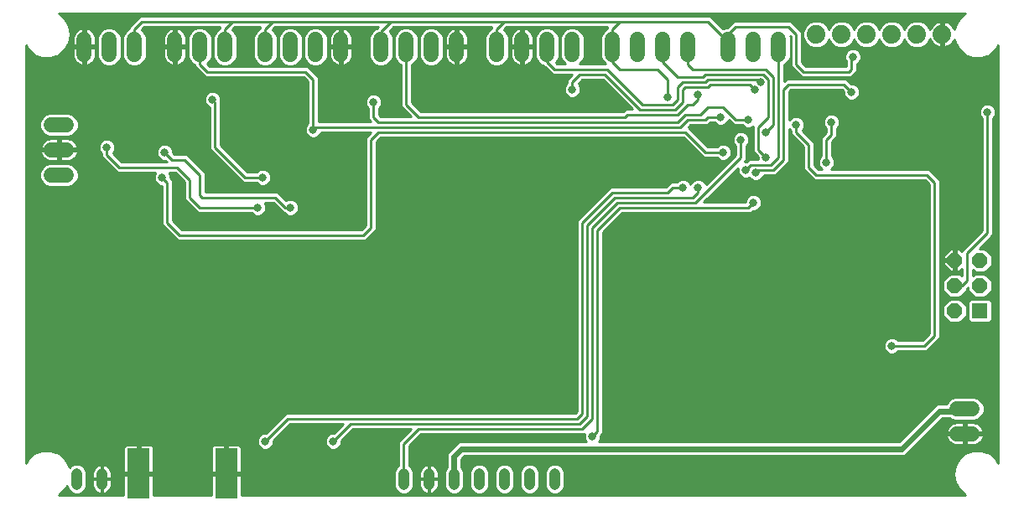
<source format=gbl>
G75*
G70*
%OFA0B0*%
%FSLAX24Y24*%
%IPPOS*%
%LPD*%
%AMOC8*
5,1,8,0,0,1.08239X$1,22.5*
%
%ADD10C,0.0600*%
%ADD11C,0.0740*%
%ADD12R,0.0600X0.0600*%
%ADD13OC8,0.0600*%
%ADD14R,0.0900X0.2000*%
%ADD15C,0.0436*%
%ADD16C,0.0100*%
%ADD17C,0.0320*%
%ADD18C,0.0240*%
D10*
X001811Y016751D02*
X002411Y016751D01*
X002411Y017751D02*
X001811Y017751D01*
X001811Y018751D02*
X002411Y018751D01*
X003111Y021551D02*
X003111Y022151D01*
X004111Y022151D02*
X004111Y021551D01*
X005111Y021551D02*
X005111Y022151D01*
X006711Y022151D02*
X006711Y021551D01*
X007711Y021551D02*
X007711Y022151D01*
X008711Y022151D02*
X008711Y021551D01*
X010311Y021551D02*
X010311Y022151D01*
X011311Y022151D02*
X011311Y021551D01*
X012311Y021551D02*
X012311Y022151D01*
X013311Y022151D02*
X013311Y021551D01*
X014911Y021551D02*
X014911Y022151D01*
X015911Y022151D02*
X015911Y021551D01*
X016911Y021551D02*
X016911Y022151D01*
X017911Y022151D02*
X017911Y021551D01*
X019511Y021551D02*
X019511Y022151D01*
X020511Y022151D02*
X020511Y021551D01*
X021511Y021551D02*
X021511Y022151D01*
X022511Y022151D02*
X022511Y021551D01*
X024111Y021551D02*
X024111Y022151D01*
X025111Y022151D02*
X025111Y021551D01*
X026111Y021551D02*
X026111Y022151D01*
X027111Y022151D02*
X027111Y021551D01*
X028711Y021551D02*
X028711Y022151D01*
X029711Y022151D02*
X029711Y021551D01*
X030711Y021551D02*
X030711Y022151D01*
X037811Y007451D02*
X038411Y007451D01*
X038411Y006451D02*
X037811Y006451D01*
D11*
X037211Y022351D03*
X036211Y022351D03*
X035211Y022351D03*
X034211Y022351D03*
X033211Y022351D03*
X032211Y022351D03*
D12*
X038711Y011351D03*
D13*
X037711Y011351D03*
X037711Y012351D03*
X038711Y012351D03*
X038711Y013351D03*
X037711Y013351D03*
D14*
X008751Y004861D03*
X005271Y004861D03*
D15*
X003811Y004869D02*
X003811Y004433D01*
X002811Y004433D02*
X002811Y004869D01*
X015811Y004869D02*
X015811Y004433D01*
X016811Y004433D02*
X016811Y004869D01*
X017811Y004869D02*
X017811Y004433D01*
X018811Y004433D02*
X018811Y004869D01*
X019811Y004869D02*
X019811Y004433D01*
X020811Y004433D02*
X020811Y004869D01*
X021811Y004869D02*
X021811Y004433D01*
D16*
X002088Y004024D02*
X002079Y004021D01*
X004671Y004021D01*
X004671Y004811D01*
X005221Y004811D01*
X005221Y004911D01*
X005221Y006011D01*
X004801Y006011D01*
X004763Y006000D01*
X004728Y005981D01*
X004701Y005953D01*
X004681Y005919D01*
X000781Y005919D01*
X000781Y005821D02*
X004671Y005821D01*
X004671Y005880D02*
X004671Y004911D01*
X005221Y004911D01*
X005321Y004911D01*
X005871Y004911D01*
X005871Y005880D01*
X005860Y005919D01*
X008161Y005919D01*
X008151Y005880D01*
X008151Y004911D01*
X008701Y004911D01*
X008701Y006011D01*
X008281Y006011D01*
X008243Y006000D01*
X008208Y005981D01*
X008181Y005953D01*
X008161Y005919D01*
X008151Y005821D02*
X005871Y005821D01*
X005860Y005919D02*
X005841Y005953D01*
X005813Y005981D01*
X005778Y006000D01*
X005740Y006011D01*
X005321Y006011D01*
X005321Y004911D01*
X005321Y004811D01*
X005871Y004811D01*
X005871Y004021D01*
X008151Y004021D01*
X008151Y004811D01*
X008701Y004811D01*
X008701Y004911D01*
X008801Y004911D01*
X009351Y004911D01*
X009351Y005880D01*
X009340Y005919D01*
X010075Y005919D01*
X010031Y005964D02*
X010124Y005871D01*
X010245Y005821D01*
X009351Y005821D01*
X009340Y005919D02*
X009321Y005953D01*
X009293Y005981D01*
X009258Y006000D01*
X009220Y006011D01*
X008801Y006011D01*
X008801Y004911D01*
X008801Y004811D01*
X009351Y004811D01*
X009351Y004021D01*
X038143Y004021D01*
X038133Y004024D01*
X038133Y004024D01*
X037879Y004237D01*
X037879Y004237D01*
X037714Y004524D01*
X037714Y004524D01*
X037656Y004851D01*
X037656Y004851D01*
X037714Y005177D01*
X037714Y005177D01*
X037879Y005464D01*
X037879Y005464D01*
X037879Y005464D01*
X038133Y005677D01*
X038133Y005677D01*
X038445Y005791D01*
X038776Y005791D01*
X039088Y005677D01*
X039088Y005677D01*
X039342Y005464D01*
X039342Y005464D01*
X039441Y005293D01*
X039441Y021908D01*
X039342Y021737D01*
X039342Y021737D01*
X039342Y021737D01*
X039088Y021524D01*
X039088Y021524D01*
X038776Y021411D01*
X038445Y021411D01*
X038133Y021524D01*
X038133Y021524D01*
X037879Y021737D01*
X037879Y021737D01*
X037714Y022024D01*
X037714Y022024D01*
X037692Y022149D01*
X037655Y022078D01*
X037607Y022012D01*
X037549Y021954D01*
X037483Y021906D01*
X037410Y021869D01*
X037332Y021843D01*
X037261Y021832D01*
X037261Y022301D01*
X037161Y022301D01*
X037161Y021832D01*
X037089Y021843D01*
X037011Y021869D01*
X036938Y021906D01*
X036872Y021954D01*
X036814Y022012D01*
X036766Y022078D01*
X036729Y022151D01*
X036722Y022173D01*
X036668Y022045D01*
X036516Y021893D01*
X036318Y021811D01*
X036103Y021811D01*
X035905Y021893D01*
X035753Y022045D01*
X035711Y022147D01*
X035668Y022045D01*
X035516Y021893D01*
X035318Y021811D01*
X035103Y021811D01*
X034905Y021893D01*
X034753Y022045D01*
X034711Y022147D01*
X034668Y022045D01*
X034516Y021893D01*
X034318Y021811D01*
X034103Y021811D01*
X033905Y021893D01*
X033753Y022045D01*
X033711Y022147D01*
X033668Y022045D01*
X033516Y021893D01*
X033318Y021811D01*
X033103Y021811D01*
X032905Y021893D01*
X032753Y022045D01*
X032711Y022147D01*
X032668Y022045D01*
X032516Y021893D01*
X032318Y021811D01*
X032103Y021811D01*
X031905Y021893D01*
X031753Y022045D01*
X031671Y022243D01*
X031671Y022458D01*
X031753Y022657D01*
X031905Y022808D01*
X032103Y022891D01*
X032318Y022891D01*
X032516Y022808D01*
X032668Y022657D01*
X032711Y022555D01*
X032753Y022657D01*
X032905Y022808D01*
X033103Y022891D01*
X033318Y022891D01*
X033516Y022808D01*
X033668Y022657D01*
X033711Y022555D01*
X033753Y022657D01*
X033905Y022808D01*
X034103Y022891D01*
X034318Y022891D01*
X034516Y022808D01*
X034668Y022657D01*
X034711Y022555D01*
X034753Y022657D01*
X034905Y022808D01*
X035103Y022891D01*
X035318Y022891D01*
X035516Y022808D01*
X035668Y022657D01*
X035711Y022555D01*
X035753Y022657D01*
X035905Y022808D01*
X036103Y022891D01*
X036318Y022891D01*
X036516Y022808D01*
X036668Y022657D01*
X036722Y022528D01*
X036729Y022550D01*
X036766Y022623D01*
X036814Y022689D01*
X036872Y022747D01*
X036938Y022795D01*
X037011Y022833D01*
X037089Y022858D01*
X037161Y022869D01*
X037161Y022401D01*
X037261Y022401D01*
X037261Y022869D01*
X037332Y022858D01*
X037410Y022833D01*
X037483Y022795D01*
X037549Y022747D01*
X037607Y022689D01*
X037655Y022623D01*
X037692Y022552D01*
X037714Y022677D01*
X037879Y022964D01*
X037879Y022964D01*
X038133Y023177D01*
X038133Y023177D01*
X038143Y023181D01*
X002079Y023181D01*
X002088Y023177D01*
X002088Y023177D01*
X002342Y022964D01*
X002342Y022964D01*
X002508Y022677D01*
X002508Y022677D01*
X002565Y022351D01*
X002508Y022024D01*
X002508Y022024D01*
X002342Y021737D01*
X002088Y021524D01*
X002088Y021524D01*
X001776Y021411D01*
X001445Y021411D01*
X001133Y021524D01*
X001133Y021524D01*
X000879Y021737D01*
X000879Y021737D01*
X000781Y021908D01*
X000781Y005293D01*
X000879Y005464D01*
X000879Y005464D01*
X000879Y005464D01*
X001133Y005677D01*
X001133Y005677D01*
X001445Y005791D01*
X001776Y005791D01*
X002088Y005677D01*
X002088Y005677D01*
X002342Y005464D01*
X002342Y005464D01*
X002508Y005177D01*
X002508Y005177D01*
X002517Y005124D01*
X002591Y005198D01*
X002733Y005257D01*
X002888Y005257D01*
X003030Y005198D01*
X003140Y005089D01*
X003199Y004946D01*
X003199Y004355D01*
X003140Y004213D01*
X003030Y004103D01*
X002888Y004044D01*
X002733Y004044D01*
X002591Y004103D01*
X002482Y004213D01*
X002422Y004355D01*
X002422Y004377D01*
X002342Y004237D01*
X002342Y004237D01*
X002342Y004237D01*
X002088Y004024D01*
X002116Y004048D02*
X002726Y004048D01*
X002896Y004048D02*
X004671Y004048D01*
X004671Y004146D02*
X004045Y004146D01*
X004045Y004147D02*
X004097Y004198D01*
X004137Y004258D01*
X004165Y004325D01*
X004179Y004396D01*
X004179Y004642D01*
X003820Y004642D01*
X003820Y004660D01*
X004179Y004660D01*
X004179Y004905D01*
X004165Y004976D01*
X004137Y005043D01*
X004097Y005103D01*
X004045Y005155D01*
X003985Y005195D01*
X003918Y005223D01*
X003847Y005237D01*
X003820Y005237D01*
X003820Y004660D01*
X003802Y004660D01*
X003802Y005237D01*
X003774Y005237D01*
X003703Y005223D01*
X003636Y005195D01*
X003576Y005155D01*
X003525Y005103D01*
X003484Y005043D01*
X003457Y004976D01*
X003442Y004905D01*
X003442Y004660D01*
X003802Y004660D01*
X003802Y004642D01*
X003820Y004642D01*
X003820Y004064D01*
X003847Y004064D01*
X003918Y004079D01*
X003985Y004106D01*
X004045Y004147D01*
X004128Y004245D02*
X004671Y004245D01*
X004671Y004343D02*
X004168Y004343D01*
X004179Y004442D02*
X004671Y004442D01*
X004671Y004540D02*
X004179Y004540D01*
X004179Y004639D02*
X004671Y004639D01*
X004671Y004737D02*
X004179Y004737D01*
X004179Y004836D02*
X005221Y004836D01*
X005221Y004934D02*
X005321Y004934D01*
X005321Y004836D02*
X008701Y004836D01*
X008701Y004934D02*
X008801Y004934D01*
X008801Y004836D02*
X015422Y004836D01*
X015422Y004934D02*
X009351Y004934D01*
X009351Y005033D02*
X015458Y005033D01*
X015482Y005089D02*
X015422Y004946D01*
X015422Y004355D01*
X015482Y004213D01*
X015591Y004103D01*
X015733Y004044D01*
X015888Y004044D01*
X016030Y004103D01*
X016140Y004213D01*
X016199Y004355D01*
X016199Y004946D01*
X016140Y005089D01*
X016031Y005198D01*
X016031Y005960D01*
X016502Y006431D01*
X022987Y006431D01*
X022981Y006416D01*
X022981Y006285D01*
X023031Y006164D01*
X023054Y006141D01*
X018053Y006141D01*
X017946Y006096D01*
X017565Y005715D01*
X017521Y005608D01*
X017521Y005128D01*
X017482Y005089D01*
X017422Y004946D01*
X017422Y004355D01*
X017482Y004213D01*
X017591Y004103D01*
X017733Y004044D01*
X017888Y004044D01*
X018030Y004103D01*
X018140Y004213D01*
X018199Y004355D01*
X018199Y004946D01*
X018140Y005089D01*
X018101Y005128D01*
X018101Y005431D01*
X018231Y005561D01*
X035668Y005561D01*
X035775Y005605D01*
X037231Y007061D01*
X037536Y007061D01*
X037544Y007052D01*
X037717Y006981D01*
X038504Y006981D01*
X038677Y007052D01*
X038809Y007184D01*
X038881Y007357D01*
X038881Y007544D01*
X038809Y007717D01*
X038677Y007849D01*
X038504Y007921D01*
X037717Y007921D01*
X037544Y007849D01*
X037412Y007717D01*
X037381Y007641D01*
X037053Y007641D01*
X036946Y007596D01*
X036865Y007515D01*
X036865Y007515D01*
X035490Y006141D01*
X023567Y006141D01*
X023590Y006164D01*
X023641Y006285D01*
X023641Y006370D01*
X023731Y006460D01*
X023731Y014460D01*
X024502Y015231D01*
X029602Y015231D01*
X029692Y015321D01*
X029776Y015321D01*
X029898Y015371D01*
X029990Y015464D01*
X030041Y015585D01*
X030041Y015716D01*
X029990Y015838D01*
X029898Y015930D01*
X029776Y015981D01*
X029645Y015981D01*
X029524Y015930D01*
X029431Y015838D01*
X029381Y015716D01*
X029381Y015671D01*
X027742Y015671D01*
X029081Y017010D01*
X029081Y016885D01*
X029131Y016764D01*
X029224Y016671D01*
X029345Y016621D01*
X029476Y016621D01*
X029545Y016649D01*
X029624Y016571D01*
X029745Y016521D01*
X029876Y016521D01*
X029998Y016571D01*
X030090Y016664D01*
X030118Y016731D01*
X030602Y016731D01*
X031002Y017131D01*
X031131Y017260D01*
X031131Y018564D01*
X031191Y018504D01*
X031191Y018360D01*
X031319Y018231D01*
X031691Y017860D01*
X031691Y016960D01*
X031991Y016660D01*
X032119Y016531D01*
X036519Y016531D01*
X036691Y016360D01*
X036691Y010442D01*
X036419Y010171D01*
X035457Y010171D01*
X035398Y010230D01*
X035276Y010281D01*
X035145Y010281D01*
X035024Y010230D01*
X034931Y010138D01*
X034881Y010016D01*
X034881Y009885D01*
X034931Y009764D01*
X035024Y009671D01*
X035145Y009621D01*
X035276Y009621D01*
X035398Y009671D01*
X035457Y009731D01*
X036602Y009731D01*
X036731Y009860D01*
X037131Y010260D01*
X037131Y016542D01*
X037002Y016671D01*
X036702Y016971D01*
X032797Y016971D01*
X032798Y016971D01*
X032890Y017064D01*
X032941Y017185D01*
X032941Y017316D01*
X032890Y017438D01*
X032831Y017497D01*
X032831Y018060D01*
X032902Y018131D01*
X033031Y018260D01*
X033031Y018604D01*
X033090Y018664D01*
X033141Y018785D01*
X033141Y018916D01*
X033090Y019038D01*
X032998Y019130D01*
X032876Y019181D01*
X032745Y019181D01*
X032624Y019130D01*
X032531Y019038D01*
X032481Y018916D01*
X032481Y018785D01*
X032531Y018664D01*
X032591Y018604D01*
X032591Y018442D01*
X032391Y018242D01*
X032391Y017497D01*
X032331Y017438D01*
X032281Y017316D01*
X032281Y017185D01*
X032331Y017064D01*
X032424Y016971D01*
X032424Y016971D01*
X032302Y016971D01*
X032131Y017142D01*
X032131Y018042D01*
X032002Y018171D01*
X031649Y018523D01*
X031690Y018564D01*
X031741Y018685D01*
X031741Y018816D01*
X031690Y018938D01*
X031598Y019030D01*
X031476Y019081D01*
X031345Y019081D01*
X031224Y019030D01*
X031131Y018938D01*
X031131Y018937D01*
X031131Y020060D01*
X031202Y020131D01*
X033219Y020131D01*
X033281Y020070D01*
X033281Y019985D01*
X033331Y019864D01*
X033424Y019771D01*
X033545Y019721D01*
X033676Y019721D01*
X033798Y019771D01*
X033890Y019864D01*
X033941Y019985D01*
X033941Y020116D01*
X033890Y020238D01*
X033798Y020330D01*
X033676Y020381D01*
X033592Y020381D01*
X033402Y020571D01*
X031019Y020571D01*
X030931Y020482D01*
X030931Y021133D01*
X030977Y021152D01*
X031109Y021284D01*
X031181Y021457D01*
X031181Y022244D01*
X031163Y022287D01*
X031191Y022260D01*
X031191Y021060D01*
X031491Y020760D01*
X031619Y020631D01*
X033602Y020631D01*
X033702Y020731D01*
X033831Y020860D01*
X033831Y021164D01*
X033848Y021171D01*
X033940Y021264D01*
X033991Y021385D01*
X033991Y021516D01*
X033940Y021638D01*
X033848Y021730D01*
X033726Y021781D01*
X033595Y021781D01*
X033474Y021730D01*
X033381Y021638D01*
X033331Y021516D01*
X033331Y021385D01*
X033381Y021264D01*
X033391Y021254D01*
X033391Y021071D01*
X031802Y021071D01*
X031631Y021242D01*
X031631Y022442D01*
X031502Y022571D01*
X031202Y022871D01*
X028919Y022871D01*
X028791Y022742D01*
X028669Y022621D01*
X028617Y022621D01*
X028500Y022572D01*
X028131Y022942D01*
X028002Y023071D01*
X005319Y023071D01*
X004891Y022642D01*
X004891Y022568D01*
X004844Y022549D01*
X004712Y022417D01*
X004641Y022244D01*
X004641Y021457D01*
X004712Y021284D01*
X004844Y021152D01*
X005017Y021081D01*
X005204Y021081D01*
X005377Y021152D01*
X005509Y021284D01*
X005581Y021457D01*
X005581Y022244D01*
X005509Y022417D01*
X005398Y022527D01*
X005502Y022631D01*
X008491Y022631D01*
X008491Y022568D01*
X008444Y022549D01*
X008312Y022417D01*
X008241Y022244D01*
X008241Y021457D01*
X008312Y021284D01*
X008444Y021152D01*
X008617Y021081D01*
X008804Y021081D01*
X008977Y021152D01*
X009109Y021284D01*
X009181Y021457D01*
X009181Y022244D01*
X009109Y022417D01*
X008998Y022527D01*
X009102Y022631D01*
X010091Y022631D01*
X010091Y022568D01*
X010044Y022549D01*
X009912Y022417D01*
X009841Y022244D01*
X009841Y021457D01*
X009912Y021284D01*
X010044Y021152D01*
X010217Y021081D01*
X010404Y021081D01*
X010577Y021152D01*
X010709Y021284D01*
X010781Y021457D01*
X010781Y022244D01*
X010709Y022417D01*
X010598Y022527D01*
X010702Y022631D01*
X014779Y022631D01*
X014736Y022587D01*
X014644Y022549D01*
X014512Y022417D01*
X014441Y022244D01*
X014441Y021457D01*
X014512Y021284D01*
X014644Y021152D01*
X014817Y021081D01*
X015004Y021081D01*
X015177Y021152D01*
X015309Y021284D01*
X015381Y021457D01*
X015381Y022244D01*
X015309Y022417D01*
X015248Y022477D01*
X015402Y022631D01*
X019291Y022631D01*
X019291Y022568D01*
X019244Y022549D01*
X019112Y022417D01*
X019041Y022244D01*
X019041Y021457D01*
X019112Y021284D01*
X019244Y021152D01*
X019417Y021081D01*
X019604Y021081D01*
X019777Y021152D01*
X019909Y021284D01*
X019981Y021457D01*
X019981Y022244D01*
X019909Y022417D01*
X019798Y022527D01*
X019902Y022631D01*
X023891Y022631D01*
X023891Y022568D01*
X023844Y022549D01*
X023712Y022417D01*
X023641Y022244D01*
X023641Y021457D01*
X023712Y021284D01*
X023826Y021171D01*
X022795Y021171D01*
X022909Y021284D01*
X022981Y021457D01*
X022981Y022244D01*
X022909Y022417D01*
X022777Y022549D01*
X022604Y022621D01*
X022417Y022621D01*
X022244Y022549D01*
X022112Y022417D01*
X022041Y022244D01*
X022041Y021457D01*
X022112Y021284D01*
X022226Y021171D01*
X021902Y021171D01*
X021848Y021224D01*
X021909Y021284D01*
X021981Y021457D01*
X021981Y022244D01*
X021909Y022417D01*
X021777Y022549D01*
X021604Y022621D01*
X021417Y022621D01*
X021244Y022549D01*
X021112Y022417D01*
X021041Y022244D01*
X021041Y021457D01*
X021112Y021284D01*
X021244Y021152D01*
X021336Y021114D01*
X021419Y021031D01*
X021719Y020731D01*
X022479Y020731D01*
X022419Y020671D01*
X022291Y020542D01*
X022291Y020397D01*
X022231Y020338D01*
X022181Y020216D01*
X022181Y020085D01*
X022231Y019964D01*
X022324Y019871D01*
X022445Y019821D01*
X022576Y019821D01*
X022698Y019871D01*
X022790Y019964D01*
X022841Y020085D01*
X022841Y020216D01*
X022790Y020338D01*
X022749Y020378D01*
X022902Y020531D01*
X023719Y020531D01*
X024879Y019371D01*
X024619Y019371D01*
X024519Y019271D01*
X016502Y019271D01*
X016131Y019642D01*
X016131Y021133D01*
X016177Y021152D01*
X016309Y021284D01*
X016381Y021457D01*
X016381Y022244D01*
X016309Y022417D01*
X016177Y022549D01*
X016004Y022621D01*
X015817Y022621D01*
X015644Y022549D01*
X015512Y022417D01*
X015441Y022244D01*
X015441Y021457D01*
X015512Y021284D01*
X015644Y021152D01*
X015691Y021133D01*
X015691Y019460D01*
X015819Y019331D01*
X016079Y019071D01*
X014902Y019071D01*
X014831Y019142D01*
X014831Y019404D01*
X014890Y019464D01*
X014941Y019585D01*
X014941Y019716D01*
X014890Y019838D01*
X014798Y019930D01*
X014676Y019981D01*
X014545Y019981D01*
X014424Y019930D01*
X014331Y019838D01*
X014281Y019716D01*
X014281Y019585D01*
X014331Y019464D01*
X014391Y019404D01*
X014391Y018960D01*
X014479Y018871D01*
X012431Y018871D01*
X012431Y020642D01*
X012302Y020771D01*
X012002Y021071D01*
X008102Y021071D01*
X007998Y021174D01*
X008109Y021284D01*
X008181Y021457D01*
X008181Y022244D01*
X008109Y022417D01*
X007977Y022549D01*
X007804Y022621D01*
X007617Y022621D01*
X007444Y022549D01*
X007312Y022417D01*
X007241Y022244D01*
X007241Y021457D01*
X007312Y021284D01*
X007444Y021152D01*
X007491Y021133D01*
X007491Y021060D01*
X007791Y020760D01*
X007919Y020631D01*
X011819Y020631D01*
X011991Y020460D01*
X011991Y018797D01*
X011931Y018738D01*
X011881Y018616D01*
X011881Y018485D01*
X011931Y018364D01*
X012024Y018271D01*
X012145Y018221D01*
X012276Y018221D01*
X012398Y018271D01*
X012490Y018364D01*
X012518Y018431D01*
X014479Y018431D01*
X014419Y018371D01*
X014291Y018242D01*
X014291Y014742D01*
X014119Y014571D01*
X007002Y014571D01*
X006631Y014942D01*
X006631Y016542D01*
X006541Y016632D01*
X006541Y016716D01*
X006493Y016831D01*
X006719Y016831D01*
X007091Y016460D01*
X007091Y015760D01*
X007219Y015631D01*
X007619Y015231D01*
X009764Y015231D01*
X009824Y015171D01*
X009945Y015121D01*
X010076Y015121D01*
X010198Y015171D01*
X010290Y015264D01*
X010341Y015385D01*
X010341Y015516D01*
X010293Y015631D01*
X010619Y015631D01*
X011019Y015231D01*
X011064Y015231D01*
X011124Y015171D01*
X011245Y015121D01*
X011376Y015121D01*
X011498Y015171D01*
X011590Y015264D01*
X011641Y015385D01*
X011641Y015516D01*
X011590Y015638D01*
X011498Y015730D01*
X011376Y015781D01*
X011245Y015781D01*
X011137Y015736D01*
X010931Y015942D01*
X010802Y016071D01*
X007931Y016071D01*
X007931Y016842D01*
X007331Y017442D01*
X007202Y017571D01*
X006702Y017571D01*
X006641Y017632D01*
X006641Y017716D01*
X006590Y017838D01*
X008091Y017838D01*
X008091Y017760D02*
X009291Y016560D01*
X009419Y016431D01*
X009964Y016431D01*
X010024Y016371D01*
X010145Y016321D01*
X010276Y016321D01*
X010398Y016371D01*
X010490Y016464D01*
X010541Y016585D01*
X010541Y016716D01*
X010490Y016838D01*
X010398Y016930D01*
X010276Y016981D01*
X010145Y016981D01*
X010024Y016930D01*
X009964Y016871D01*
X009602Y016871D01*
X008531Y017942D01*
X008531Y019560D01*
X008531Y019661D01*
X008541Y019685D01*
X008541Y019816D01*
X008490Y019938D01*
X008398Y020030D01*
X008276Y020081D01*
X008145Y020081D01*
X008024Y020030D01*
X007931Y019938D01*
X007881Y019816D01*
X007881Y019685D01*
X007931Y019564D01*
X008024Y019471D01*
X008091Y019443D01*
X008091Y017760D01*
X008111Y017739D02*
X006631Y017739D01*
X006641Y017641D02*
X008209Y017641D01*
X008308Y017542D02*
X007230Y017542D01*
X007329Y017444D02*
X008406Y017444D01*
X008505Y017345D02*
X007427Y017345D01*
X007526Y017247D02*
X008603Y017247D01*
X008702Y017148D02*
X007624Y017148D01*
X007723Y017050D02*
X008800Y017050D01*
X008899Y016951D02*
X007821Y016951D01*
X007920Y016853D02*
X008997Y016853D01*
X009096Y016754D02*
X007931Y016754D01*
X007931Y016656D02*
X009194Y016656D01*
X009293Y016557D02*
X007931Y016557D01*
X007931Y016459D02*
X009391Y016459D01*
X009511Y016651D02*
X010211Y016651D01*
X010541Y016656D02*
X014291Y016656D01*
X014291Y016754D02*
X010525Y016754D01*
X010475Y016853D02*
X014291Y016853D01*
X014291Y016951D02*
X010347Y016951D01*
X010074Y016951D02*
X009521Y016951D01*
X009423Y017050D02*
X014291Y017050D01*
X014291Y017148D02*
X009324Y017148D01*
X009226Y017247D02*
X014291Y017247D01*
X014291Y017345D02*
X009127Y017345D01*
X009029Y017444D02*
X014291Y017444D01*
X014291Y017542D02*
X008930Y017542D01*
X008832Y017641D02*
X014291Y017641D01*
X014291Y017739D02*
X008733Y017739D01*
X008635Y017838D02*
X014291Y017838D01*
X014291Y017936D02*
X008536Y017936D01*
X008531Y018035D02*
X014291Y018035D01*
X014291Y018133D02*
X008531Y018133D01*
X008531Y018232D02*
X012118Y018232D01*
X011964Y018330D02*
X008531Y018330D01*
X008531Y018429D02*
X011904Y018429D01*
X011881Y018527D02*
X008531Y018527D01*
X008531Y018626D02*
X011884Y018626D01*
X011925Y018724D02*
X008531Y018724D01*
X008531Y018823D02*
X011991Y018823D01*
X011991Y018921D02*
X008531Y018921D01*
X008531Y019020D02*
X011991Y019020D01*
X011991Y019118D02*
X008531Y019118D01*
X008531Y019217D02*
X011991Y019217D01*
X011991Y019315D02*
X008531Y019315D01*
X008531Y019414D02*
X011991Y019414D01*
X011991Y019512D02*
X008531Y019512D01*
X008531Y019611D02*
X011991Y019611D01*
X011991Y019709D02*
X008541Y019709D01*
X008541Y019808D02*
X011991Y019808D01*
X011991Y019906D02*
X008503Y019906D01*
X008423Y020005D02*
X011991Y020005D01*
X011991Y020103D02*
X000781Y020103D01*
X000781Y020005D02*
X007998Y020005D01*
X007918Y019906D02*
X000781Y019906D01*
X000781Y019808D02*
X007881Y019808D01*
X007881Y019709D02*
X000781Y019709D01*
X000781Y019611D02*
X007911Y019611D01*
X007982Y019512D02*
X000781Y019512D01*
X000781Y019414D02*
X008091Y019414D01*
X008091Y019315D02*
X000781Y019315D01*
X000781Y019217D02*
X001708Y019217D01*
X001717Y019221D02*
X001544Y019149D01*
X001412Y019017D01*
X001341Y018844D01*
X001341Y018657D01*
X001412Y018484D01*
X001544Y018352D01*
X001717Y018281D01*
X002504Y018281D01*
X002677Y018352D01*
X002809Y018484D01*
X002881Y018657D01*
X002881Y018844D01*
X002809Y019017D01*
X002677Y019149D01*
X002504Y019221D01*
X001717Y019221D01*
X001513Y019118D02*
X000781Y019118D01*
X000781Y019020D02*
X001415Y019020D01*
X001373Y018921D02*
X000781Y018921D01*
X000781Y018823D02*
X001341Y018823D01*
X001341Y018724D02*
X000781Y018724D01*
X000781Y018626D02*
X001354Y018626D01*
X001394Y018527D02*
X000781Y018527D01*
X000781Y018429D02*
X001468Y018429D01*
X001598Y018330D02*
X000781Y018330D01*
X000781Y018232D02*
X008091Y018232D01*
X008091Y018330D02*
X002624Y018330D01*
X002753Y018429D02*
X008091Y018429D01*
X008091Y018527D02*
X002827Y018527D01*
X002868Y018626D02*
X008091Y018626D01*
X008091Y018724D02*
X002881Y018724D01*
X002881Y018823D02*
X008091Y018823D01*
X008091Y018921D02*
X002849Y018921D01*
X002806Y019020D02*
X008091Y019020D01*
X008091Y019118D02*
X002708Y019118D01*
X002514Y019217D02*
X008091Y019217D01*
X008311Y019651D02*
X008211Y019751D01*
X008311Y019651D02*
X008311Y017851D01*
X009511Y016651D01*
X010050Y016360D02*
X007931Y016360D01*
X007931Y016262D02*
X014291Y016262D01*
X014291Y016360D02*
X010372Y016360D01*
X010485Y016459D02*
X014291Y016459D01*
X014291Y016557D02*
X010529Y016557D01*
X010808Y016065D02*
X014291Y016065D01*
X014291Y016163D02*
X007931Y016163D01*
X007711Y015951D02*
X007711Y016751D01*
X007111Y017351D01*
X006611Y017351D01*
X006311Y017651D01*
X006186Y017345D02*
X004527Y017345D01*
X004602Y017271D02*
X004249Y017623D01*
X004290Y017664D01*
X004341Y017785D01*
X004341Y017916D01*
X004290Y018038D01*
X004198Y018130D01*
X004076Y018181D01*
X003945Y018181D01*
X003824Y018130D01*
X003731Y018038D01*
X003681Y017916D01*
X003681Y017785D01*
X003731Y017664D01*
X003791Y017604D01*
X003791Y017460D01*
X003919Y017331D01*
X004419Y016831D01*
X005928Y016831D01*
X005881Y016716D01*
X005881Y016585D01*
X005931Y016464D01*
X006024Y016371D01*
X006145Y016321D01*
X006191Y016321D01*
X006191Y014760D01*
X006319Y014631D01*
X006819Y014131D01*
X014302Y014131D01*
X014431Y014260D01*
X014731Y014560D01*
X014731Y018060D01*
X014902Y018231D01*
X026919Y018231D01*
X027591Y017560D01*
X027591Y017560D01*
X027719Y017431D01*
X028264Y017431D01*
X028324Y017371D01*
X028445Y017321D01*
X028576Y017321D01*
X028698Y017371D01*
X028790Y017464D01*
X028841Y017585D01*
X028841Y017716D01*
X028790Y017838D01*
X028991Y017838D01*
X028991Y017904D02*
X028991Y017542D01*
X028823Y017542D01*
X028841Y017641D02*
X028991Y017641D01*
X028991Y017739D02*
X028831Y017739D01*
X028790Y017838D02*
X028698Y017930D01*
X028576Y017981D01*
X028445Y017981D01*
X028324Y017930D01*
X028264Y017871D01*
X027902Y017871D01*
X027231Y018542D01*
X027122Y018651D01*
X027202Y018731D01*
X027902Y018731D01*
X028002Y018831D01*
X028164Y018831D01*
X028224Y018771D01*
X028345Y018721D01*
X028476Y018721D01*
X028598Y018771D01*
X028690Y018864D01*
X028718Y018932D01*
X028919Y018731D01*
X029264Y018731D01*
X029324Y018671D01*
X029445Y018621D01*
X029576Y018621D01*
X029691Y018668D01*
X029691Y017660D01*
X029819Y017531D01*
X029819Y017531D01*
X029881Y017470D01*
X029881Y017385D01*
X029887Y017371D01*
X029519Y017371D01*
X029429Y017281D01*
X029352Y017281D01*
X029431Y017360D01*
X029431Y017904D01*
X029490Y017964D01*
X029541Y018085D01*
X029541Y018216D01*
X029490Y018338D01*
X029398Y018430D01*
X029276Y018481D01*
X029145Y018481D01*
X029024Y018430D01*
X028931Y018338D01*
X028881Y018216D01*
X028881Y018085D01*
X028931Y017964D01*
X028991Y017904D01*
X028958Y017936D02*
X028684Y017936D01*
X028901Y018035D02*
X027738Y018035D01*
X027639Y018133D02*
X028881Y018133D01*
X028887Y018232D02*
X027541Y018232D01*
X027442Y018330D02*
X028928Y018330D01*
X029022Y018429D02*
X027344Y018429D01*
X027245Y018527D02*
X029691Y018527D01*
X029691Y018429D02*
X029399Y018429D01*
X029493Y018330D02*
X029691Y018330D01*
X029691Y018232D02*
X029534Y018232D01*
X029541Y018133D02*
X029691Y018133D01*
X029691Y018035D02*
X029520Y018035D01*
X029463Y017936D02*
X029691Y017936D01*
X029691Y017838D02*
X029431Y017838D01*
X029431Y017739D02*
X029691Y017739D01*
X029709Y017641D02*
X029431Y017641D01*
X029431Y017542D02*
X029808Y017542D01*
X029881Y017444D02*
X029431Y017444D01*
X029416Y017345D02*
X029494Y017345D01*
X029611Y017151D02*
X029411Y016951D01*
X029611Y017151D02*
X030411Y017151D01*
X030711Y017451D01*
X030711Y021851D01*
X031181Y021876D02*
X031191Y021876D01*
X031181Y021778D02*
X031191Y021778D01*
X031181Y021679D02*
X031191Y021679D01*
X031181Y021581D02*
X031191Y021581D01*
X031181Y021482D02*
X031191Y021482D01*
X031191Y021384D02*
X031150Y021384D01*
X031109Y021285D02*
X031191Y021285D01*
X031191Y021187D02*
X031011Y021187D01*
X030931Y021088D02*
X031191Y021088D01*
X031260Y020990D02*
X030931Y020990D01*
X030931Y020891D02*
X031359Y020891D01*
X031457Y020793D02*
X030931Y020793D01*
X030931Y020694D02*
X031556Y020694D01*
X031711Y020851D02*
X033511Y020851D01*
X033611Y020951D01*
X033611Y021401D01*
X033661Y021451D01*
X033964Y021581D02*
X038066Y021581D01*
X037948Y021679D02*
X033899Y021679D01*
X033733Y021778D02*
X037856Y021778D01*
X037799Y021876D02*
X037425Y021876D01*
X037261Y021876D02*
X037161Y021876D01*
X037161Y021975D02*
X037261Y021975D01*
X037261Y022073D02*
X037161Y022073D01*
X037161Y022172D02*
X037261Y022172D01*
X037261Y022270D02*
X037161Y022270D01*
X037161Y022467D02*
X037261Y022467D01*
X037261Y022566D02*
X037161Y022566D01*
X037161Y022664D02*
X037261Y022664D01*
X037261Y022763D02*
X037161Y022763D01*
X037161Y022861D02*
X037261Y022861D01*
X037311Y022861D02*
X037820Y022861D01*
X037763Y022763D02*
X037528Y022763D01*
X037626Y022664D02*
X037711Y022664D01*
X037694Y022566D02*
X037685Y022566D01*
X037877Y022960D02*
X028113Y022960D01*
X028211Y022861D02*
X028910Y022861D01*
X028812Y022763D02*
X028310Y022763D01*
X028408Y022664D02*
X028713Y022664D01*
X029011Y022651D02*
X031111Y022651D01*
X031411Y022351D01*
X031411Y021151D01*
X031711Y020851D01*
X031784Y021088D02*
X033391Y021088D01*
X033391Y021187D02*
X031686Y021187D01*
X031631Y021285D02*
X033372Y021285D01*
X033331Y021384D02*
X031631Y021384D01*
X031631Y021482D02*
X033331Y021482D01*
X033357Y021581D02*
X031631Y021581D01*
X031631Y021679D02*
X033422Y021679D01*
X033588Y021778D02*
X031631Y021778D01*
X031631Y021876D02*
X031945Y021876D01*
X031823Y021975D02*
X031631Y021975D01*
X031631Y022073D02*
X031741Y022073D01*
X031700Y022172D02*
X031631Y022172D01*
X031631Y022270D02*
X031671Y022270D01*
X031671Y022369D02*
X031631Y022369D01*
X031605Y022467D02*
X031674Y022467D01*
X031715Y022566D02*
X031507Y022566D01*
X031408Y022664D02*
X031760Y022664D01*
X031859Y022763D02*
X031310Y022763D01*
X031211Y022861D02*
X032032Y022861D01*
X032389Y022861D02*
X033032Y022861D01*
X032859Y022763D02*
X032562Y022763D01*
X032661Y022664D02*
X032760Y022664D01*
X032715Y022566D02*
X032706Y022566D01*
X032680Y022073D02*
X032741Y022073D01*
X032823Y021975D02*
X032598Y021975D01*
X032476Y021876D02*
X032945Y021876D01*
X033476Y021876D02*
X033945Y021876D01*
X033823Y021975D02*
X033598Y021975D01*
X033680Y022073D02*
X033741Y022073D01*
X034476Y021876D02*
X034945Y021876D01*
X034823Y021975D02*
X034598Y021975D01*
X034680Y022073D02*
X034741Y022073D01*
X034715Y022566D02*
X034706Y022566D01*
X034661Y022664D02*
X034760Y022664D01*
X034859Y022763D02*
X034562Y022763D01*
X034389Y022861D02*
X035032Y022861D01*
X035389Y022861D02*
X036032Y022861D01*
X035859Y022763D02*
X035562Y022763D01*
X035661Y022664D02*
X035760Y022664D01*
X035715Y022566D02*
X035706Y022566D01*
X035680Y022073D02*
X035741Y022073D01*
X035823Y021975D02*
X035598Y021975D01*
X035476Y021876D02*
X035945Y021876D01*
X036476Y021876D02*
X036996Y021876D01*
X036851Y021975D02*
X036598Y021975D01*
X036680Y022073D02*
X036769Y022073D01*
X036722Y022172D02*
X036721Y022172D01*
X036706Y022566D02*
X036737Y022566D01*
X036796Y022664D02*
X036661Y022664D01*
X036562Y022763D02*
X036893Y022763D01*
X037110Y022861D02*
X036389Y022861D01*
X037570Y021975D02*
X037742Y021975D01*
X037705Y022073D02*
X037652Y022073D01*
X038248Y021482D02*
X033991Y021482D01*
X033990Y021384D02*
X039441Y021384D01*
X039441Y021482D02*
X038973Y021482D01*
X039155Y021581D02*
X039441Y021581D01*
X039441Y021679D02*
X039273Y021679D01*
X039365Y021778D02*
X039441Y021778D01*
X039441Y021876D02*
X039422Y021876D01*
X039441Y021285D02*
X033949Y021285D01*
X033863Y021187D02*
X039441Y021187D01*
X039441Y021088D02*
X033831Y021088D01*
X033831Y020990D02*
X039441Y020990D01*
X039441Y020891D02*
X033831Y020891D01*
X033764Y020793D02*
X039441Y020793D01*
X039441Y020694D02*
X033665Y020694D01*
X033475Y020497D02*
X039441Y020497D01*
X039441Y020399D02*
X033574Y020399D01*
X033311Y020351D02*
X033611Y020051D01*
X033828Y020300D02*
X039441Y020300D01*
X039441Y020202D02*
X033905Y020202D01*
X033941Y020103D02*
X039441Y020103D01*
X039441Y020005D02*
X033941Y020005D01*
X033908Y019906D02*
X039441Y019906D01*
X039441Y019808D02*
X033834Y019808D01*
X033387Y019808D02*
X031131Y019808D01*
X031131Y019906D02*
X033313Y019906D01*
X033281Y020005D02*
X031131Y020005D01*
X031174Y020103D02*
X033247Y020103D01*
X033311Y020351D02*
X031111Y020351D01*
X030911Y020151D01*
X030911Y017351D01*
X030511Y016951D01*
X029911Y016951D01*
X029811Y016851D01*
X029964Y016557D02*
X032093Y016557D01*
X031994Y016656D02*
X030082Y016656D01*
X029657Y016557D02*
X028628Y016557D01*
X028530Y016459D02*
X036591Y016459D01*
X036690Y016360D02*
X028431Y016360D01*
X028333Y016262D02*
X036691Y016262D01*
X036691Y016163D02*
X028234Y016163D01*
X028136Y016065D02*
X036691Y016065D01*
X036691Y015966D02*
X029811Y015966D01*
X029960Y015868D02*
X036691Y015868D01*
X036691Y015769D02*
X030019Y015769D01*
X030041Y015671D02*
X036691Y015671D01*
X036691Y015572D02*
X030035Y015572D01*
X029994Y015474D02*
X036691Y015474D01*
X036691Y015375D02*
X029902Y015375D01*
X029648Y015277D02*
X036691Y015277D01*
X036691Y015178D02*
X024449Y015178D01*
X024351Y015080D02*
X036691Y015080D01*
X036691Y014981D02*
X024252Y014981D01*
X024154Y014883D02*
X036691Y014883D01*
X036691Y014784D02*
X024055Y014784D01*
X023957Y014686D02*
X036691Y014686D01*
X036691Y014587D02*
X023858Y014587D01*
X023760Y014489D02*
X036691Y014489D01*
X036691Y014390D02*
X023731Y014390D01*
X023731Y014292D02*
X036691Y014292D01*
X036691Y014193D02*
X023731Y014193D01*
X023731Y014095D02*
X036691Y014095D01*
X036691Y013996D02*
X023731Y013996D01*
X023731Y013898D02*
X036691Y013898D01*
X036691Y013799D02*
X023731Y013799D01*
X023731Y013701D02*
X036691Y013701D01*
X036691Y013602D02*
X023731Y013602D01*
X023731Y013504D02*
X036691Y013504D01*
X036691Y013405D02*
X023731Y013405D01*
X023731Y013307D02*
X036691Y013307D01*
X036691Y013208D02*
X023731Y013208D01*
X023731Y013110D02*
X036691Y013110D01*
X036691Y013011D02*
X023731Y013011D01*
X023731Y012913D02*
X036691Y012913D01*
X036691Y012814D02*
X023731Y012814D01*
X023731Y012716D02*
X036691Y012716D01*
X036691Y012617D02*
X023731Y012617D01*
X023731Y012519D02*
X036691Y012519D01*
X036691Y012420D02*
X023731Y012420D01*
X023731Y012322D02*
X036691Y012322D01*
X036691Y012223D02*
X023731Y012223D01*
X023731Y012125D02*
X036691Y012125D01*
X036691Y012026D02*
X023731Y012026D01*
X023731Y011928D02*
X036691Y011928D01*
X036691Y011829D02*
X023731Y011829D01*
X023731Y011731D02*
X036691Y011731D01*
X036691Y011632D02*
X023731Y011632D01*
X023731Y011534D02*
X036691Y011534D01*
X036691Y011435D02*
X023731Y011435D01*
X023731Y011337D02*
X036691Y011337D01*
X036691Y011238D02*
X023731Y011238D01*
X023731Y011140D02*
X036691Y011140D01*
X036691Y011041D02*
X023731Y011041D01*
X023731Y010943D02*
X036691Y010943D01*
X036691Y010844D02*
X023731Y010844D01*
X023731Y010746D02*
X036691Y010746D01*
X036691Y010647D02*
X023731Y010647D01*
X023731Y010549D02*
X036691Y010549D01*
X036691Y010450D02*
X023731Y010450D01*
X023731Y010352D02*
X036600Y010352D01*
X036502Y010253D02*
X035343Y010253D01*
X035079Y010253D02*
X023731Y010253D01*
X023731Y010155D02*
X034948Y010155D01*
X034897Y010056D02*
X023731Y010056D01*
X023731Y009958D02*
X034881Y009958D01*
X034891Y009859D02*
X023731Y009859D01*
X023731Y009761D02*
X034934Y009761D01*
X035045Y009662D02*
X023731Y009662D01*
X023731Y009564D02*
X039441Y009564D01*
X039441Y009662D02*
X035376Y009662D01*
X035211Y009951D02*
X036511Y009951D01*
X036911Y010351D01*
X036911Y016451D01*
X036611Y016751D01*
X032211Y016751D01*
X031911Y017051D01*
X031911Y017951D01*
X031411Y018451D01*
X031411Y018751D01*
X031716Y018626D02*
X032569Y018626D01*
X032591Y018527D02*
X031654Y018527D01*
X031744Y018429D02*
X032578Y018429D01*
X032479Y018330D02*
X031842Y018330D01*
X031941Y018232D02*
X032391Y018232D01*
X032391Y018133D02*
X032039Y018133D01*
X032131Y018035D02*
X032391Y018035D01*
X032391Y017936D02*
X032131Y017936D01*
X032131Y017838D02*
X032391Y017838D01*
X032391Y017739D02*
X032131Y017739D01*
X032131Y017641D02*
X032391Y017641D01*
X032391Y017542D02*
X032131Y017542D01*
X032131Y017444D02*
X032337Y017444D01*
X032293Y017345D02*
X032131Y017345D01*
X032131Y017247D02*
X032281Y017247D01*
X032296Y017148D02*
X032131Y017148D01*
X032223Y017050D02*
X032345Y017050D01*
X032611Y017251D02*
X032611Y018151D01*
X032811Y018351D01*
X032811Y018851D01*
X033115Y018724D02*
X038791Y018724D01*
X038791Y018626D02*
X033052Y018626D01*
X033031Y018527D02*
X038791Y018527D01*
X038791Y018429D02*
X033031Y018429D01*
X033031Y018330D02*
X038791Y018330D01*
X038791Y018232D02*
X033003Y018232D01*
X032904Y018133D02*
X038791Y018133D01*
X038791Y018035D02*
X032831Y018035D01*
X032831Y017936D02*
X038791Y017936D01*
X038791Y017838D02*
X032831Y017838D01*
X032831Y017739D02*
X038791Y017739D01*
X038791Y017641D02*
X032831Y017641D01*
X032831Y017542D02*
X038791Y017542D01*
X038791Y017444D02*
X032884Y017444D01*
X032929Y017345D02*
X038791Y017345D01*
X038791Y017247D02*
X032941Y017247D01*
X032925Y017148D02*
X038791Y017148D01*
X038791Y017050D02*
X032876Y017050D01*
X031896Y016754D02*
X030625Y016754D01*
X030724Y016853D02*
X031797Y016853D01*
X031699Y016951D02*
X030822Y016951D01*
X030921Y017050D02*
X031691Y017050D01*
X031691Y017148D02*
X031019Y017148D01*
X031118Y017247D02*
X031691Y017247D01*
X031691Y017345D02*
X031131Y017345D01*
X031131Y017444D02*
X031691Y017444D01*
X031691Y017542D02*
X031131Y017542D01*
X031131Y017641D02*
X031691Y017641D01*
X031691Y017739D02*
X031131Y017739D01*
X031131Y017838D02*
X031691Y017838D01*
X031614Y017936D02*
X031131Y017936D01*
X031131Y018035D02*
X031515Y018035D01*
X031417Y018133D02*
X031131Y018133D01*
X031131Y018232D02*
X031318Y018232D01*
X031220Y018330D02*
X031131Y018330D01*
X031131Y018429D02*
X031191Y018429D01*
X031167Y018527D02*
X031131Y018527D01*
X031131Y018564D02*
X031131Y018564D01*
X030511Y018751D02*
X030211Y018451D01*
X029911Y018651D02*
X029911Y017751D01*
X030211Y017451D01*
X029211Y017451D02*
X029211Y018151D01*
X029433Y018626D02*
X027147Y018626D01*
X027195Y018724D02*
X028336Y018724D01*
X028485Y018724D02*
X029270Y018724D01*
X029511Y018951D02*
X029011Y018951D01*
X028511Y019451D01*
X027911Y019451D01*
X027611Y019151D01*
X027011Y019151D01*
X026711Y018851D01*
X014811Y018851D01*
X014611Y019051D01*
X014611Y019651D01*
X014840Y019414D02*
X015736Y019414D01*
X015691Y019512D02*
X014910Y019512D01*
X014941Y019611D02*
X015691Y019611D01*
X015691Y019709D02*
X014941Y019709D01*
X014903Y019808D02*
X015691Y019808D01*
X015691Y019906D02*
X014822Y019906D01*
X014399Y019906D02*
X012431Y019906D01*
X012431Y019808D02*
X014318Y019808D01*
X014281Y019709D02*
X012431Y019709D01*
X012431Y019611D02*
X014281Y019611D01*
X014311Y019512D02*
X012431Y019512D01*
X012431Y019414D02*
X014381Y019414D01*
X014391Y019315D02*
X012431Y019315D01*
X012431Y019217D02*
X014391Y019217D01*
X014391Y019118D02*
X012431Y019118D01*
X012431Y019020D02*
X014391Y019020D01*
X014429Y018921D02*
X012431Y018921D01*
X012311Y018651D02*
X012211Y018551D01*
X012211Y020551D01*
X011911Y020851D01*
X008011Y020851D01*
X007711Y021151D01*
X007711Y021851D01*
X008181Y021876D02*
X008241Y021876D01*
X008241Y021778D02*
X008181Y021778D01*
X008181Y021679D02*
X008241Y021679D01*
X008241Y021581D02*
X008181Y021581D01*
X008181Y021482D02*
X008241Y021482D01*
X008271Y021384D02*
X008150Y021384D01*
X008109Y021285D02*
X008312Y021285D01*
X008410Y021187D02*
X008011Y021187D01*
X008084Y021088D02*
X008599Y021088D01*
X008822Y021088D02*
X010199Y021088D01*
X010010Y021187D02*
X009011Y021187D01*
X009109Y021285D02*
X009912Y021285D01*
X009871Y021384D02*
X009150Y021384D01*
X009181Y021482D02*
X009841Y021482D01*
X009841Y021581D02*
X009181Y021581D01*
X009181Y021679D02*
X009841Y021679D01*
X009841Y021778D02*
X009181Y021778D01*
X009181Y021876D02*
X009841Y021876D01*
X009841Y021975D02*
X009181Y021975D01*
X009181Y022073D02*
X009841Y022073D01*
X009841Y022172D02*
X009181Y022172D01*
X009170Y022270D02*
X009851Y022270D01*
X009892Y022369D02*
X009129Y022369D01*
X009059Y022467D02*
X009962Y022467D01*
X010084Y022566D02*
X009037Y022566D01*
X009011Y022851D02*
X008711Y022551D01*
X008711Y021851D01*
X008241Y021975D02*
X008181Y021975D01*
X008181Y022073D02*
X008241Y022073D01*
X008241Y022172D02*
X008181Y022172D01*
X008170Y022270D02*
X008251Y022270D01*
X008292Y022369D02*
X008129Y022369D01*
X008059Y022467D02*
X008362Y022467D01*
X008484Y022566D02*
X007937Y022566D01*
X007484Y022566D02*
X006887Y022566D01*
X006883Y022568D02*
X006816Y022590D01*
X006761Y022598D01*
X006761Y021901D01*
X006661Y021901D01*
X006661Y022598D01*
X006605Y022590D01*
X006538Y022568D01*
X006475Y022536D01*
X006417Y022494D01*
X006367Y022444D01*
X006326Y022386D01*
X006294Y022323D01*
X006272Y022256D01*
X006261Y022186D01*
X006261Y021901D01*
X006661Y021901D01*
X006661Y021801D01*
X006261Y021801D01*
X006261Y021515D01*
X006272Y021445D01*
X006294Y021378D01*
X006326Y021315D01*
X006367Y021257D01*
X006417Y021207D01*
X006475Y021166D01*
X006538Y021134D01*
X006605Y021112D01*
X006661Y021103D01*
X006661Y021801D01*
X006761Y021801D01*
X006761Y021901D01*
X007161Y021901D01*
X007161Y022186D01*
X007150Y022256D01*
X007128Y022323D01*
X007095Y022386D01*
X007054Y022444D01*
X007004Y022494D01*
X006946Y022536D01*
X006883Y022568D01*
X006761Y022566D02*
X006661Y022566D01*
X006661Y022467D02*
X006761Y022467D01*
X006761Y022369D02*
X006661Y022369D01*
X006661Y022270D02*
X006761Y022270D01*
X006761Y022172D02*
X006661Y022172D01*
X006661Y022073D02*
X006761Y022073D01*
X006761Y021975D02*
X006661Y021975D01*
X006661Y021876D02*
X005581Y021876D01*
X005581Y021778D02*
X006261Y021778D01*
X006261Y021679D02*
X005581Y021679D01*
X005581Y021581D02*
X006261Y021581D01*
X006266Y021482D02*
X005581Y021482D01*
X005550Y021384D02*
X006292Y021384D01*
X006347Y021285D02*
X005509Y021285D01*
X005411Y021187D02*
X006446Y021187D01*
X006661Y021187D02*
X006761Y021187D01*
X006761Y021103D02*
X006816Y021112D01*
X006883Y021134D01*
X006946Y021166D01*
X007004Y021207D01*
X007054Y021257D01*
X007095Y021315D01*
X007128Y021378D01*
X007150Y021445D01*
X007161Y021515D01*
X007161Y021801D01*
X006761Y021801D01*
X006761Y021103D01*
X006761Y021285D02*
X006661Y021285D01*
X006661Y021384D02*
X006761Y021384D01*
X006761Y021482D02*
X006661Y021482D01*
X006661Y021581D02*
X006761Y021581D01*
X006761Y021679D02*
X006661Y021679D01*
X006661Y021778D02*
X006761Y021778D01*
X006761Y021876D02*
X007241Y021876D01*
X007241Y021778D02*
X007161Y021778D01*
X007161Y021679D02*
X007241Y021679D01*
X007241Y021581D02*
X007161Y021581D01*
X007155Y021482D02*
X007241Y021482D01*
X007271Y021384D02*
X007129Y021384D01*
X007074Y021285D02*
X007312Y021285D01*
X007410Y021187D02*
X006975Y021187D01*
X007491Y021088D02*
X005222Y021088D01*
X004999Y021088D02*
X004222Y021088D01*
X004204Y021081D02*
X004377Y021152D01*
X004509Y021284D01*
X004581Y021457D01*
X004581Y022244D01*
X004509Y022417D01*
X004377Y022549D01*
X004204Y022621D01*
X004017Y022621D01*
X003844Y022549D01*
X003712Y022417D01*
X003641Y022244D01*
X003641Y021457D01*
X003712Y021284D01*
X003844Y021152D01*
X004017Y021081D01*
X004204Y021081D01*
X003999Y021088D02*
X000781Y021088D01*
X000781Y020990D02*
X007560Y020990D01*
X007659Y020891D02*
X000781Y020891D01*
X000781Y020793D02*
X007757Y020793D01*
X007856Y020694D02*
X000781Y020694D01*
X000781Y020596D02*
X011854Y020596D01*
X011953Y020497D02*
X000781Y020497D01*
X000781Y020399D02*
X011991Y020399D01*
X011991Y020300D02*
X000781Y020300D01*
X000781Y020202D02*
X011991Y020202D01*
X012431Y020202D02*
X015691Y020202D01*
X015691Y020300D02*
X012431Y020300D01*
X012431Y020399D02*
X015691Y020399D01*
X015691Y020497D02*
X012431Y020497D01*
X012431Y020596D02*
X015691Y020596D01*
X015691Y020694D02*
X012378Y020694D01*
X012280Y020793D02*
X015691Y020793D01*
X015691Y020891D02*
X012181Y020891D01*
X012083Y020990D02*
X015691Y020990D01*
X015691Y021088D02*
X015022Y021088D01*
X015211Y021187D02*
X015610Y021187D01*
X015512Y021285D02*
X015309Y021285D01*
X015350Y021384D02*
X015471Y021384D01*
X015441Y021482D02*
X015381Y021482D01*
X015381Y021581D02*
X015441Y021581D01*
X015441Y021679D02*
X015381Y021679D01*
X015381Y021778D02*
X015441Y021778D01*
X015441Y021876D02*
X015381Y021876D01*
X015381Y021975D02*
X015441Y021975D01*
X015441Y022073D02*
X015381Y022073D01*
X015381Y022172D02*
X015441Y022172D01*
X015451Y022270D02*
X015370Y022270D01*
X015329Y022369D02*
X015492Y022369D01*
X015562Y022467D02*
X015259Y022467D01*
X015337Y022566D02*
X015684Y022566D01*
X016137Y022566D02*
X016684Y022566D01*
X016644Y022549D02*
X016512Y022417D01*
X016441Y022244D01*
X016441Y021457D01*
X016512Y021284D01*
X016644Y021152D01*
X016817Y021081D01*
X017004Y021081D01*
X017177Y021152D01*
X017309Y021284D01*
X017381Y021457D01*
X017381Y022244D01*
X017309Y022417D01*
X017177Y022549D01*
X017004Y022621D01*
X016817Y022621D01*
X016644Y022549D01*
X016562Y022467D02*
X016259Y022467D01*
X016329Y022369D02*
X016492Y022369D01*
X016451Y022270D02*
X016370Y022270D01*
X016381Y022172D02*
X016441Y022172D01*
X016441Y022073D02*
X016381Y022073D01*
X016381Y021975D02*
X016441Y021975D01*
X016441Y021876D02*
X016381Y021876D01*
X016381Y021778D02*
X016441Y021778D01*
X016441Y021679D02*
X016381Y021679D01*
X016381Y021581D02*
X016441Y021581D01*
X016441Y021482D02*
X016381Y021482D01*
X016350Y021384D02*
X016471Y021384D01*
X016512Y021285D02*
X016309Y021285D01*
X016211Y021187D02*
X016610Y021187D01*
X016799Y021088D02*
X016131Y021088D01*
X016131Y020990D02*
X021460Y020990D01*
X021362Y021088D02*
X019622Y021088D01*
X019811Y021187D02*
X020246Y021187D01*
X020217Y021207D02*
X020275Y021166D01*
X020338Y021134D01*
X020405Y021112D01*
X020461Y021103D01*
X020461Y021801D01*
X020061Y021801D01*
X020061Y021515D01*
X020072Y021445D01*
X020094Y021378D01*
X020126Y021315D01*
X020167Y021257D01*
X020217Y021207D01*
X020147Y021285D02*
X019909Y021285D01*
X019950Y021384D02*
X020092Y021384D01*
X020066Y021482D02*
X019981Y021482D01*
X019981Y021581D02*
X020061Y021581D01*
X020061Y021679D02*
X019981Y021679D01*
X019981Y021778D02*
X020061Y021778D01*
X020061Y021901D02*
X020461Y021901D01*
X020461Y022598D01*
X020405Y022590D01*
X020338Y022568D01*
X020275Y022536D01*
X020217Y022494D01*
X020167Y022444D01*
X020126Y022386D01*
X020094Y022323D01*
X020072Y022256D01*
X020061Y022186D01*
X020061Y021901D01*
X020061Y021975D02*
X019981Y021975D01*
X019981Y022073D02*
X020061Y022073D01*
X020061Y022172D02*
X019981Y022172D01*
X019970Y022270D02*
X020076Y022270D01*
X020117Y022369D02*
X019929Y022369D01*
X019859Y022467D02*
X020191Y022467D01*
X020334Y022566D02*
X019837Y022566D01*
X019811Y022851D02*
X019511Y022551D01*
X019511Y021851D01*
X019981Y021876D02*
X020461Y021876D01*
X020461Y021901D02*
X020461Y021801D01*
X020561Y021801D01*
X020561Y021901D01*
X020461Y021901D01*
X020461Y021975D02*
X020561Y021975D01*
X020561Y021901D02*
X020561Y022598D01*
X020616Y022590D01*
X020683Y022568D01*
X020746Y022536D01*
X020804Y022494D01*
X020854Y022444D01*
X020895Y022386D01*
X020928Y022323D01*
X020950Y022256D01*
X020961Y022186D01*
X020961Y021901D01*
X020561Y021901D01*
X020561Y021876D02*
X021041Y021876D01*
X021041Y021778D02*
X020961Y021778D01*
X020961Y021801D02*
X020561Y021801D01*
X020561Y021103D01*
X020616Y021112D01*
X020683Y021134D01*
X020746Y021166D01*
X020804Y021207D01*
X020854Y021257D01*
X020895Y021315D01*
X020928Y021378D01*
X020950Y021445D01*
X020961Y021515D01*
X020961Y021801D01*
X020961Y021679D02*
X021041Y021679D01*
X021041Y021581D02*
X020961Y021581D01*
X020955Y021482D02*
X021041Y021482D01*
X021071Y021384D02*
X020929Y021384D01*
X020874Y021285D02*
X021112Y021285D01*
X021210Y021187D02*
X020775Y021187D01*
X020561Y021187D02*
X020461Y021187D01*
X020461Y021285D02*
X020561Y021285D01*
X020561Y021384D02*
X020461Y021384D01*
X020461Y021482D02*
X020561Y021482D01*
X020561Y021581D02*
X020461Y021581D01*
X020461Y021679D02*
X020561Y021679D01*
X020561Y021778D02*
X020461Y021778D01*
X020461Y022073D02*
X020561Y022073D01*
X020561Y022172D02*
X020461Y022172D01*
X020461Y022270D02*
X020561Y022270D01*
X020561Y022369D02*
X020461Y022369D01*
X020461Y022467D02*
X020561Y022467D01*
X020561Y022566D02*
X020461Y022566D01*
X020687Y022566D02*
X021284Y022566D01*
X021162Y022467D02*
X020830Y022467D01*
X020905Y022369D02*
X021092Y022369D01*
X021051Y022270D02*
X020945Y022270D01*
X020961Y022172D02*
X021041Y022172D01*
X021041Y022073D02*
X020961Y022073D01*
X020961Y021975D02*
X021041Y021975D01*
X021511Y021851D02*
X021511Y021251D01*
X021811Y020951D01*
X023911Y020951D01*
X025311Y019551D01*
X026511Y019551D01*
X026711Y019751D01*
X026711Y020251D01*
X026911Y020451D01*
X027811Y020451D01*
X027911Y020551D01*
X029911Y020551D01*
X030011Y020451D01*
X030311Y020551D02*
X030311Y019051D01*
X029911Y018651D01*
X029691Y018626D02*
X029588Y018626D01*
X028827Y018823D02*
X028649Y018823D01*
X028714Y018921D02*
X028729Y018921D01*
X028411Y019051D02*
X027911Y019051D01*
X027811Y018951D01*
X027111Y018951D01*
X026811Y018651D01*
X012311Y018651D01*
X012517Y018429D02*
X014478Y018429D01*
X014379Y018330D02*
X012457Y018330D01*
X012303Y018232D02*
X014291Y018232D01*
X014511Y018151D02*
X014511Y014651D01*
X014211Y014351D01*
X006911Y014351D01*
X006411Y014851D01*
X006411Y016451D01*
X006211Y016651D01*
X006541Y016656D02*
X006894Y016656D01*
X006796Y016754D02*
X006525Y016754D01*
X006615Y016557D02*
X006993Y016557D01*
X007091Y016459D02*
X006631Y016459D01*
X006631Y016360D02*
X007091Y016360D01*
X007091Y016262D02*
X006631Y016262D01*
X006631Y016163D02*
X007091Y016163D01*
X007091Y016065D02*
X006631Y016065D01*
X006631Y015966D02*
X007091Y015966D01*
X007091Y015868D02*
X006631Y015868D01*
X006631Y015769D02*
X007091Y015769D01*
X007179Y015671D02*
X006631Y015671D01*
X006631Y015572D02*
X007278Y015572D01*
X007376Y015474D02*
X006631Y015474D01*
X006631Y015375D02*
X007475Y015375D01*
X007573Y015277D02*
X006631Y015277D01*
X006631Y015178D02*
X009816Y015178D01*
X010011Y015451D02*
X007711Y015451D01*
X007311Y015851D01*
X007311Y016551D01*
X006811Y017051D01*
X004511Y017051D01*
X004011Y017551D01*
X004011Y017851D01*
X004341Y017838D02*
X006031Y017838D01*
X005981Y017716D01*
X005981Y017585D01*
X006031Y017464D01*
X006124Y017371D01*
X006245Y017321D01*
X006329Y017321D01*
X006379Y017271D01*
X004602Y017271D01*
X004429Y017444D02*
X006051Y017444D01*
X005998Y017542D02*
X004330Y017542D01*
X004267Y017641D02*
X005981Y017641D01*
X005990Y017739D02*
X004322Y017739D01*
X004332Y017936D02*
X006138Y017936D01*
X006124Y017930D02*
X006031Y017838D01*
X006124Y017930D02*
X006245Y017981D01*
X006376Y017981D01*
X006498Y017930D01*
X006590Y017838D01*
X006484Y017936D02*
X008091Y017936D01*
X008091Y018035D02*
X004292Y018035D01*
X004191Y018133D02*
X008091Y018133D01*
X005896Y016754D02*
X002881Y016754D01*
X002881Y016844D02*
X002809Y017017D01*
X002677Y017149D01*
X002504Y017221D01*
X001717Y017221D01*
X001544Y017149D01*
X001412Y017017D01*
X001341Y016844D01*
X001341Y016657D01*
X001412Y016484D01*
X001544Y016352D01*
X001717Y016281D01*
X002504Y016281D01*
X002677Y016352D01*
X002809Y016484D01*
X002881Y016657D01*
X002881Y016844D01*
X002877Y016853D02*
X004397Y016853D01*
X004299Y016951D02*
X002836Y016951D01*
X002776Y017050D02*
X004200Y017050D01*
X004102Y017148D02*
X002678Y017148D01*
X002583Y017334D02*
X002516Y017312D01*
X002446Y017301D01*
X002161Y017301D01*
X002161Y017701D01*
X002161Y017801D01*
X002061Y017801D01*
X002061Y018201D01*
X001775Y018201D01*
X001705Y018190D01*
X001638Y018168D01*
X001575Y018136D01*
X001517Y018094D01*
X001467Y018044D01*
X001426Y017986D01*
X001394Y017923D01*
X001372Y017856D01*
X001363Y017801D01*
X002061Y017801D01*
X002061Y017701D01*
X002161Y017701D01*
X002858Y017701D01*
X002850Y017645D01*
X002828Y017578D01*
X002795Y017515D01*
X002754Y017457D01*
X002704Y017407D01*
X002646Y017366D01*
X002583Y017334D01*
X002606Y017345D02*
X003905Y017345D01*
X004003Y017247D02*
X000781Y017247D01*
X000781Y017345D02*
X001615Y017345D01*
X001638Y017334D02*
X001705Y017312D01*
X001775Y017301D01*
X002061Y017301D01*
X002061Y017701D01*
X001363Y017701D01*
X001372Y017645D01*
X001394Y017578D01*
X001426Y017515D01*
X001467Y017457D01*
X001517Y017407D01*
X001575Y017366D01*
X001638Y017334D01*
X001481Y017444D02*
X000781Y017444D01*
X000781Y017542D02*
X001412Y017542D01*
X001373Y017641D02*
X000781Y017641D01*
X000781Y017739D02*
X002061Y017739D01*
X002061Y017641D02*
X002161Y017641D01*
X002161Y017739D02*
X003700Y017739D01*
X003681Y017838D02*
X002852Y017838D01*
X002850Y017856D02*
X002828Y017923D01*
X002795Y017986D01*
X002754Y018044D01*
X002704Y018094D01*
X002646Y018136D01*
X002583Y018168D01*
X002516Y018190D01*
X002446Y018201D01*
X002161Y018201D01*
X002161Y017801D01*
X002858Y017801D01*
X002850Y017856D01*
X002821Y017936D02*
X003689Y017936D01*
X003730Y018035D02*
X002760Y018035D01*
X002650Y018133D02*
X003830Y018133D01*
X003754Y017641D02*
X002848Y017641D01*
X002809Y017542D02*
X003791Y017542D01*
X003806Y017444D02*
X002740Y017444D01*
X002161Y017444D02*
X002061Y017444D01*
X002061Y017542D02*
X002161Y017542D01*
X002161Y017345D02*
X002061Y017345D01*
X001543Y017148D02*
X000781Y017148D01*
X000781Y017050D02*
X001445Y017050D01*
X001385Y016951D02*
X000781Y016951D01*
X000781Y016853D02*
X001344Y016853D01*
X001341Y016754D02*
X000781Y016754D01*
X000781Y016656D02*
X001341Y016656D01*
X001382Y016557D02*
X000781Y016557D01*
X000781Y016459D02*
X001438Y016459D01*
X001536Y016360D02*
X000781Y016360D01*
X000781Y016262D02*
X006191Y016262D01*
X006191Y016163D02*
X000781Y016163D01*
X000781Y016065D02*
X006191Y016065D01*
X006191Y015966D02*
X000781Y015966D01*
X000781Y015868D02*
X006191Y015868D01*
X006191Y015769D02*
X000781Y015769D01*
X000781Y015671D02*
X006191Y015671D01*
X006191Y015572D02*
X000781Y015572D01*
X000781Y015474D02*
X006191Y015474D01*
X006191Y015375D02*
X000781Y015375D01*
X000781Y015277D02*
X006191Y015277D01*
X006191Y015178D02*
X000781Y015178D01*
X000781Y015080D02*
X006191Y015080D01*
X006191Y014981D02*
X000781Y014981D01*
X000781Y014883D02*
X006191Y014883D01*
X006191Y014784D02*
X000781Y014784D01*
X000781Y014686D02*
X006264Y014686D01*
X006363Y014587D02*
X000781Y014587D01*
X000781Y014489D02*
X006461Y014489D01*
X006560Y014390D02*
X000781Y014390D01*
X000781Y014292D02*
X006658Y014292D01*
X006757Y014193D02*
X000781Y014193D01*
X000781Y014095D02*
X022691Y014095D01*
X022691Y014193D02*
X014364Y014193D01*
X014463Y014292D02*
X022691Y014292D01*
X022691Y014390D02*
X014561Y014390D01*
X014660Y014489D02*
X022691Y014489D01*
X022691Y014587D02*
X014731Y014587D01*
X014731Y014686D02*
X022691Y014686D01*
X022691Y014784D02*
X014731Y014784D01*
X014731Y014883D02*
X022691Y014883D01*
X022691Y014942D02*
X022691Y007342D01*
X022619Y007271D01*
X011119Y007271D01*
X010329Y006481D01*
X010245Y006481D01*
X010124Y006430D01*
X010031Y006338D01*
X009981Y006216D01*
X009981Y006085D01*
X010031Y005964D01*
X010008Y006018D02*
X000781Y006018D01*
X000781Y006116D02*
X009981Y006116D01*
X009981Y006215D02*
X000781Y006215D01*
X000781Y006313D02*
X010021Y006313D01*
X010105Y006412D02*
X000781Y006412D01*
X000781Y006510D02*
X010359Y006510D01*
X010457Y006609D02*
X000781Y006609D01*
X000781Y006707D02*
X010556Y006707D01*
X010654Y006806D02*
X000781Y006806D01*
X000781Y006904D02*
X010753Y006904D01*
X010851Y007003D02*
X000781Y007003D01*
X000781Y007101D02*
X010950Y007101D01*
X011048Y007200D02*
X000781Y007200D01*
X000781Y007298D02*
X022647Y007298D01*
X022691Y007397D02*
X000781Y007397D01*
X000781Y007495D02*
X022691Y007495D01*
X022691Y007594D02*
X000781Y007594D01*
X000781Y007692D02*
X022691Y007692D01*
X022691Y007791D02*
X000781Y007791D01*
X000781Y007889D02*
X022691Y007889D01*
X022691Y007988D02*
X000781Y007988D01*
X000781Y008086D02*
X022691Y008086D01*
X022691Y008185D02*
X000781Y008185D01*
X000781Y008283D02*
X022691Y008283D01*
X022691Y008382D02*
X000781Y008382D01*
X000781Y008480D02*
X022691Y008480D01*
X022691Y008579D02*
X000781Y008579D01*
X000781Y008677D02*
X022691Y008677D01*
X022691Y008776D02*
X000781Y008776D01*
X000781Y008874D02*
X022691Y008874D01*
X022691Y008973D02*
X000781Y008973D01*
X000781Y009071D02*
X022691Y009071D01*
X022691Y009170D02*
X000781Y009170D01*
X000781Y009268D02*
X022691Y009268D01*
X022691Y009367D02*
X000781Y009367D01*
X000781Y009465D02*
X022691Y009465D01*
X022691Y009564D02*
X000781Y009564D01*
X000781Y009662D02*
X022691Y009662D01*
X022691Y009761D02*
X000781Y009761D01*
X000781Y009859D02*
X022691Y009859D01*
X022691Y009958D02*
X000781Y009958D01*
X000781Y010056D02*
X022691Y010056D01*
X022691Y010155D02*
X000781Y010155D01*
X000781Y010253D02*
X022691Y010253D01*
X022691Y010352D02*
X000781Y010352D01*
X000781Y010450D02*
X022691Y010450D01*
X022691Y010549D02*
X000781Y010549D01*
X000781Y010647D02*
X022691Y010647D01*
X022691Y010746D02*
X000781Y010746D01*
X000781Y010844D02*
X022691Y010844D01*
X022691Y010943D02*
X000781Y010943D01*
X000781Y011041D02*
X022691Y011041D01*
X022691Y011140D02*
X000781Y011140D01*
X000781Y011238D02*
X022691Y011238D01*
X022691Y011337D02*
X000781Y011337D01*
X000781Y011435D02*
X022691Y011435D01*
X022691Y011534D02*
X000781Y011534D01*
X000781Y011632D02*
X022691Y011632D01*
X022691Y011731D02*
X000781Y011731D01*
X000781Y011829D02*
X022691Y011829D01*
X022691Y011928D02*
X000781Y011928D01*
X000781Y012026D02*
X022691Y012026D01*
X022691Y012125D02*
X000781Y012125D01*
X000781Y012223D02*
X022691Y012223D01*
X022691Y012322D02*
X000781Y012322D01*
X000781Y012420D02*
X022691Y012420D01*
X022691Y012519D02*
X000781Y012519D01*
X000781Y012617D02*
X022691Y012617D01*
X022691Y012716D02*
X000781Y012716D01*
X000781Y012814D02*
X022691Y012814D01*
X022691Y012913D02*
X000781Y012913D01*
X000781Y013011D02*
X022691Y013011D01*
X022691Y013110D02*
X000781Y013110D01*
X000781Y013208D02*
X022691Y013208D01*
X022691Y013307D02*
X000781Y013307D01*
X000781Y013405D02*
X022691Y013405D01*
X022691Y013504D02*
X000781Y013504D01*
X000781Y013602D02*
X022691Y013602D01*
X022691Y013701D02*
X000781Y013701D01*
X000781Y013799D02*
X022691Y013799D01*
X022691Y013898D02*
X000781Y013898D01*
X000781Y013996D02*
X022691Y013996D01*
X023311Y014651D02*
X023311Y007051D01*
X022911Y006651D01*
X016411Y006651D01*
X015811Y006051D01*
X015811Y004651D01*
X016199Y004639D02*
X016442Y004639D01*
X016442Y004642D02*
X016442Y004396D01*
X016457Y004325D01*
X016484Y004258D01*
X016525Y004198D01*
X016576Y004147D01*
X016636Y004106D01*
X016703Y004079D01*
X016774Y004064D01*
X016802Y004064D01*
X016802Y004642D01*
X016820Y004642D01*
X016820Y004660D01*
X017179Y004660D01*
X017179Y004905D01*
X017165Y004976D01*
X017137Y005043D01*
X017097Y005103D01*
X017045Y005155D01*
X016985Y005195D01*
X016918Y005223D01*
X016847Y005237D01*
X016820Y005237D01*
X016820Y004660D01*
X016802Y004660D01*
X016802Y005237D01*
X016774Y005237D01*
X016703Y005223D01*
X016636Y005195D01*
X016576Y005155D01*
X016525Y005103D01*
X016484Y005043D01*
X016457Y004976D01*
X016442Y004905D01*
X016442Y004660D01*
X016802Y004660D01*
X016802Y004642D01*
X016442Y004642D01*
X016442Y004737D02*
X016199Y004737D01*
X016199Y004836D02*
X016442Y004836D01*
X016448Y004934D02*
X016199Y004934D01*
X016163Y005033D02*
X016480Y005033D01*
X016552Y005131D02*
X016097Y005131D01*
X016031Y005230D02*
X016738Y005230D01*
X016802Y005230D02*
X016820Y005230D01*
X016883Y005230D02*
X017521Y005230D01*
X017521Y005328D02*
X016031Y005328D01*
X016031Y005427D02*
X017521Y005427D01*
X017521Y005525D02*
X016031Y005525D01*
X016031Y005624D02*
X017527Y005624D01*
X017572Y005722D02*
X016031Y005722D01*
X016031Y005821D02*
X017670Y005821D01*
X017769Y005919D02*
X016031Y005919D01*
X016089Y006018D02*
X017867Y006018D01*
X017994Y006116D02*
X016187Y006116D01*
X016286Y006215D02*
X023010Y006215D01*
X022981Y006313D02*
X016384Y006313D01*
X016483Y006412D02*
X022981Y006412D01*
X023311Y006351D02*
X023511Y006551D01*
X023511Y014551D01*
X024411Y015451D01*
X029511Y015451D01*
X029711Y015651D01*
X029402Y015769D02*
X027840Y015769D01*
X027742Y015671D02*
X029381Y015671D01*
X029461Y015868D02*
X027939Y015868D01*
X028037Y015966D02*
X029610Y015966D01*
X029260Y016656D02*
X028727Y016656D01*
X028825Y016754D02*
X029140Y016754D01*
X029094Y016853D02*
X028924Y016853D01*
X029022Y016951D02*
X029081Y016951D01*
X028695Y017247D02*
X014731Y017247D01*
X014731Y017345D02*
X028386Y017345D01*
X028635Y017345D02*
X028794Y017345D01*
X028770Y017444D02*
X028892Y017444D01*
X028991Y017542D02*
X027818Y016370D01*
X027790Y016438D01*
X027698Y016530D01*
X027576Y016581D01*
X027445Y016581D01*
X027324Y016530D01*
X027231Y016438D01*
X027211Y016389D01*
X027190Y016438D01*
X027098Y016530D01*
X026976Y016581D01*
X026845Y016581D01*
X026724Y016530D01*
X026664Y016471D01*
X026419Y016471D01*
X026219Y016271D01*
X024019Y016271D01*
X022819Y015071D01*
X022691Y014942D01*
X022730Y014981D02*
X014731Y014981D01*
X014731Y015080D02*
X022828Y015080D01*
X022927Y015178D02*
X014731Y015178D01*
X014731Y015277D02*
X023025Y015277D01*
X023124Y015375D02*
X014731Y015375D01*
X014731Y015474D02*
X023222Y015474D01*
X023321Y015572D02*
X014731Y015572D01*
X014731Y015671D02*
X023419Y015671D01*
X023518Y015769D02*
X014731Y015769D01*
X014731Y015868D02*
X023616Y015868D01*
X023715Y015966D02*
X014731Y015966D01*
X014731Y016065D02*
X023813Y016065D01*
X023912Y016163D02*
X014731Y016163D01*
X014731Y016262D02*
X024010Y016262D01*
X024111Y016051D02*
X022911Y014851D01*
X022911Y007251D01*
X022711Y007051D01*
X011211Y007051D01*
X010311Y006151D01*
X010613Y006018D02*
X012708Y006018D01*
X012731Y005964D02*
X012681Y006085D01*
X012681Y006216D01*
X012731Y006338D01*
X012824Y006430D01*
X012945Y006481D01*
X013029Y006481D01*
X013379Y006831D01*
X011302Y006831D01*
X010641Y006170D01*
X010641Y006085D01*
X010590Y005964D01*
X010498Y005871D01*
X010376Y005821D01*
X010245Y005821D01*
X010376Y005821D02*
X012945Y005821D01*
X013076Y005821D01*
X013198Y005871D01*
X013290Y005964D01*
X013341Y006085D01*
X013341Y006170D01*
X013802Y006631D01*
X016079Y006631D01*
X015719Y006271D01*
X015591Y006142D01*
X015591Y005198D01*
X015482Y005089D01*
X015524Y005131D02*
X009351Y005131D01*
X009351Y005230D02*
X015591Y005230D01*
X015591Y005328D02*
X009351Y005328D01*
X009351Y005427D02*
X015591Y005427D01*
X015591Y005525D02*
X009351Y005525D01*
X009351Y005624D02*
X015591Y005624D01*
X015591Y005722D02*
X009351Y005722D01*
X008801Y005722D02*
X008701Y005722D01*
X008701Y005624D02*
X008801Y005624D01*
X008801Y005525D02*
X008701Y005525D01*
X008701Y005427D02*
X008801Y005427D01*
X008801Y005328D02*
X008701Y005328D01*
X008701Y005230D02*
X008801Y005230D01*
X008801Y005131D02*
X008701Y005131D01*
X008701Y005033D02*
X008801Y005033D01*
X008151Y005033D02*
X005871Y005033D01*
X005871Y005131D02*
X008151Y005131D01*
X008151Y005230D02*
X005871Y005230D01*
X005871Y005328D02*
X008151Y005328D01*
X008151Y005427D02*
X005871Y005427D01*
X005871Y005525D02*
X008151Y005525D01*
X008151Y005624D02*
X005871Y005624D01*
X005871Y005722D02*
X008151Y005722D01*
X008701Y005821D02*
X008801Y005821D01*
X008801Y005919D02*
X008701Y005919D01*
X008151Y004934D02*
X005871Y004934D01*
X005871Y004737D02*
X008151Y004737D01*
X008151Y004639D02*
X005871Y004639D01*
X005871Y004540D02*
X008151Y004540D01*
X008151Y004442D02*
X005871Y004442D01*
X005871Y004343D02*
X008151Y004343D01*
X008151Y004245D02*
X005871Y004245D01*
X005871Y004146D02*
X008151Y004146D01*
X008151Y004048D02*
X005871Y004048D01*
X004671Y004934D02*
X004173Y004934D01*
X004141Y005033D02*
X004671Y005033D01*
X004671Y005131D02*
X004069Y005131D01*
X003883Y005230D02*
X004671Y005230D01*
X004671Y005328D02*
X002420Y005328D01*
X002363Y005427D02*
X004671Y005427D01*
X004671Y005525D02*
X002269Y005525D01*
X002152Y005624D02*
X004671Y005624D01*
X004671Y005722D02*
X001965Y005722D01*
X001257Y005722D02*
X000781Y005722D01*
X000781Y005624D02*
X001069Y005624D01*
X000952Y005525D02*
X000781Y005525D01*
X000781Y005427D02*
X000858Y005427D01*
X000801Y005328D02*
X000781Y005328D01*
X002477Y005230D02*
X002668Y005230D01*
X002524Y005131D02*
X002516Y005131D01*
X002953Y005230D02*
X003738Y005230D01*
X003802Y005230D02*
X003820Y005230D01*
X003820Y005131D02*
X003802Y005131D01*
X003802Y005033D02*
X003820Y005033D01*
X003820Y004934D02*
X003802Y004934D01*
X003802Y004836D02*
X003820Y004836D01*
X003820Y004737D02*
X003802Y004737D01*
X003802Y004642D02*
X003442Y004642D01*
X003442Y004396D01*
X003457Y004325D01*
X003484Y004258D01*
X003525Y004198D01*
X003576Y004147D01*
X003636Y004106D01*
X003703Y004079D01*
X003774Y004064D01*
X003802Y004064D01*
X003802Y004642D01*
X003802Y004639D02*
X003820Y004639D01*
X003820Y004540D02*
X003802Y004540D01*
X003802Y004442D02*
X003820Y004442D01*
X003820Y004343D02*
X003802Y004343D01*
X003802Y004245D02*
X003820Y004245D01*
X003820Y004146D02*
X003802Y004146D01*
X003577Y004146D02*
X003073Y004146D01*
X003153Y004245D02*
X003493Y004245D01*
X003453Y004343D02*
X003194Y004343D01*
X003199Y004442D02*
X003442Y004442D01*
X003442Y004540D02*
X003199Y004540D01*
X003199Y004639D02*
X003442Y004639D01*
X003442Y004737D02*
X003199Y004737D01*
X003199Y004836D02*
X003442Y004836D01*
X003448Y004934D02*
X003199Y004934D01*
X003163Y005033D02*
X003480Y005033D01*
X003552Y005131D02*
X003097Y005131D01*
X002428Y004343D02*
X002403Y004343D01*
X002346Y004245D02*
X002468Y004245D01*
X002548Y004146D02*
X002233Y004146D01*
X004671Y005880D02*
X004681Y005919D01*
X005221Y005919D02*
X005321Y005919D01*
X005321Y005821D02*
X005221Y005821D01*
X005221Y005722D02*
X005321Y005722D01*
X005321Y005624D02*
X005221Y005624D01*
X005221Y005525D02*
X005321Y005525D01*
X005321Y005427D02*
X005221Y005427D01*
X005221Y005328D02*
X005321Y005328D01*
X005321Y005230D02*
X005221Y005230D01*
X005221Y005131D02*
X005321Y005131D01*
X005321Y005033D02*
X005221Y005033D01*
X009351Y004737D02*
X015422Y004737D01*
X015422Y004639D02*
X009351Y004639D01*
X009351Y004540D02*
X015422Y004540D01*
X015422Y004442D02*
X009351Y004442D01*
X009351Y004343D02*
X015428Y004343D01*
X015468Y004245D02*
X009351Y004245D01*
X009351Y004146D02*
X015548Y004146D01*
X015726Y004048D02*
X009351Y004048D01*
X010546Y005919D02*
X012775Y005919D01*
X012731Y005964D02*
X012824Y005871D01*
X012945Y005821D01*
X013076Y005821D02*
X015591Y005821D01*
X015591Y005919D02*
X013246Y005919D01*
X013313Y006018D02*
X015591Y006018D01*
X015591Y006116D02*
X013341Y006116D01*
X013386Y006215D02*
X015663Y006215D01*
X015762Y006313D02*
X013484Y006313D01*
X013583Y006412D02*
X015860Y006412D01*
X015959Y006510D02*
X013681Y006510D01*
X013780Y006609D02*
X016057Y006609D01*
X018101Y005427D02*
X037858Y005427D01*
X037801Y005328D02*
X018101Y005328D01*
X018101Y005230D02*
X018668Y005230D01*
X018733Y005257D02*
X018591Y005198D01*
X018482Y005089D01*
X018422Y004946D01*
X018422Y004355D01*
X018482Y004213D01*
X018591Y004103D01*
X018733Y004044D01*
X018888Y004044D01*
X019030Y004103D01*
X019140Y004213D01*
X019199Y004355D01*
X019199Y004946D01*
X019140Y005089D01*
X019030Y005198D01*
X018888Y005257D01*
X018733Y005257D01*
X018953Y005230D02*
X019668Y005230D01*
X019733Y005257D02*
X019591Y005198D01*
X019482Y005089D01*
X019422Y004946D01*
X019422Y004355D01*
X019482Y004213D01*
X019591Y004103D01*
X019733Y004044D01*
X019888Y004044D01*
X020030Y004103D01*
X020140Y004213D01*
X020199Y004355D01*
X020199Y004946D01*
X020140Y005089D01*
X020030Y005198D01*
X019888Y005257D01*
X019733Y005257D01*
X019953Y005230D02*
X020668Y005230D01*
X020733Y005257D02*
X020591Y005198D01*
X020482Y005089D01*
X020422Y004946D01*
X020422Y004355D01*
X020482Y004213D01*
X020591Y004103D01*
X020733Y004044D01*
X020888Y004044D01*
X021030Y004103D01*
X021140Y004213D01*
X021199Y004355D01*
X021199Y004946D01*
X021140Y005089D01*
X021030Y005198D01*
X020888Y005257D01*
X020733Y005257D01*
X020953Y005230D02*
X021668Y005230D01*
X021733Y005257D02*
X021591Y005198D01*
X021482Y005089D01*
X021422Y004946D01*
X021422Y004355D01*
X021482Y004213D01*
X021591Y004103D01*
X021733Y004044D01*
X021888Y004044D01*
X022030Y004103D01*
X022140Y004213D01*
X022199Y004355D01*
X022199Y004946D01*
X022140Y005089D01*
X022030Y005198D01*
X021888Y005257D01*
X021733Y005257D01*
X021953Y005230D02*
X037744Y005230D01*
X037706Y005131D02*
X022097Y005131D01*
X022163Y005033D02*
X037688Y005033D01*
X037671Y004934D02*
X022199Y004934D01*
X022199Y004836D02*
X037659Y004836D01*
X037676Y004737D02*
X022199Y004737D01*
X022199Y004639D02*
X037693Y004639D01*
X037711Y004540D02*
X022199Y004540D01*
X022199Y004442D02*
X037761Y004442D01*
X037818Y004343D02*
X022194Y004343D01*
X022153Y004245D02*
X037875Y004245D01*
X037988Y004146D02*
X022073Y004146D01*
X021896Y004048D02*
X038105Y004048D01*
X039420Y005328D02*
X039441Y005328D01*
X039441Y005427D02*
X039363Y005427D01*
X039441Y005525D02*
X039269Y005525D01*
X039152Y005624D02*
X039441Y005624D01*
X039441Y005722D02*
X038965Y005722D01*
X039441Y005821D02*
X035991Y005821D01*
X036089Y005919D02*
X039441Y005919D01*
X039441Y006018D02*
X038534Y006018D01*
X038516Y006012D02*
X038583Y006034D01*
X038646Y006066D01*
X038704Y006107D01*
X038754Y006157D01*
X038795Y006215D01*
X039441Y006215D01*
X039441Y006313D02*
X038839Y006313D01*
X038850Y006345D02*
X038858Y006401D01*
X038161Y006401D01*
X038161Y006501D01*
X038061Y006501D01*
X038061Y006901D01*
X037775Y006901D01*
X037705Y006890D01*
X037638Y006868D01*
X037575Y006836D01*
X037517Y006794D01*
X037467Y006744D01*
X037426Y006686D01*
X037394Y006623D01*
X037372Y006556D01*
X037363Y006501D01*
X038061Y006501D01*
X038061Y006401D01*
X038161Y006401D01*
X038161Y006001D01*
X038446Y006001D01*
X038516Y006012D01*
X038712Y006116D02*
X039441Y006116D01*
X039441Y006412D02*
X038161Y006412D01*
X038161Y006501D02*
X038858Y006501D01*
X038850Y006556D01*
X038828Y006623D01*
X038795Y006686D01*
X038754Y006744D01*
X038704Y006794D01*
X038646Y006836D01*
X038583Y006868D01*
X038516Y006890D01*
X038446Y006901D01*
X038161Y006901D01*
X038161Y006501D01*
X038161Y006510D02*
X038061Y006510D01*
X038061Y006412D02*
X036582Y006412D01*
X036680Y006510D02*
X037364Y006510D01*
X037389Y006609D02*
X036779Y006609D01*
X036877Y006707D02*
X037441Y006707D01*
X037534Y006806D02*
X036976Y006806D01*
X037074Y006904D02*
X039441Y006904D01*
X039441Y006806D02*
X038688Y006806D01*
X038780Y006707D02*
X039441Y006707D01*
X039441Y006609D02*
X038832Y006609D01*
X038857Y006510D02*
X039441Y006510D01*
X038850Y006345D02*
X038828Y006278D01*
X038795Y006215D01*
X038161Y006215D02*
X038061Y006215D01*
X038061Y006313D02*
X038161Y006313D01*
X038061Y006401D02*
X038061Y006001D01*
X037775Y006001D01*
X037705Y006012D01*
X037638Y006034D01*
X037575Y006066D01*
X037517Y006107D01*
X037467Y006157D01*
X037426Y006215D01*
X037394Y006278D01*
X037372Y006345D01*
X037363Y006401D01*
X038061Y006401D01*
X038061Y006609D02*
X038161Y006609D01*
X038161Y006707D02*
X038061Y006707D01*
X038061Y006806D02*
X038161Y006806D01*
X038557Y007003D02*
X039441Y007003D01*
X039441Y007101D02*
X038726Y007101D01*
X038815Y007200D02*
X039441Y007200D01*
X039441Y007298D02*
X038856Y007298D01*
X038881Y007397D02*
X039441Y007397D01*
X039441Y007495D02*
X038881Y007495D01*
X038860Y007594D02*
X039441Y007594D01*
X039441Y007692D02*
X038819Y007692D01*
X038735Y007791D02*
X039441Y007791D01*
X039441Y007889D02*
X038580Y007889D01*
X039441Y007988D02*
X023731Y007988D01*
X023731Y008086D02*
X039441Y008086D01*
X039441Y008185D02*
X023731Y008185D01*
X023731Y008283D02*
X039441Y008283D01*
X039441Y008382D02*
X023731Y008382D01*
X023731Y008480D02*
X039441Y008480D01*
X039441Y008579D02*
X023731Y008579D01*
X023731Y008677D02*
X039441Y008677D01*
X039441Y008776D02*
X023731Y008776D01*
X023731Y008874D02*
X039441Y008874D01*
X039441Y008973D02*
X023731Y008973D01*
X023731Y009071D02*
X039441Y009071D01*
X039441Y009170D02*
X023731Y009170D01*
X023731Y009268D02*
X039441Y009268D01*
X039441Y009367D02*
X023731Y009367D01*
X023731Y009465D02*
X039441Y009465D01*
X039441Y009761D02*
X036632Y009761D01*
X036730Y009859D02*
X039441Y009859D01*
X039441Y009958D02*
X036829Y009958D01*
X036927Y010056D02*
X039441Y010056D01*
X039441Y010155D02*
X037026Y010155D01*
X037124Y010253D02*
X039441Y010253D01*
X039441Y010352D02*
X037131Y010352D01*
X037131Y010450D02*
X039441Y010450D01*
X039441Y010549D02*
X037131Y010549D01*
X037131Y010647D02*
X039441Y010647D01*
X039441Y010746D02*
X037131Y010746D01*
X037131Y010844D02*
X039441Y010844D01*
X039441Y010943D02*
X039143Y010943D01*
X039181Y010980D02*
X039081Y010881D01*
X038340Y010881D01*
X038241Y010980D01*
X038241Y011721D01*
X038340Y011821D01*
X039081Y011821D01*
X039181Y011721D01*
X039181Y010980D01*
X039181Y011041D02*
X039441Y011041D01*
X039441Y011140D02*
X039181Y011140D01*
X039181Y011238D02*
X039441Y011238D01*
X039441Y011337D02*
X039181Y011337D01*
X039181Y011435D02*
X039441Y011435D01*
X039441Y011534D02*
X039181Y011534D01*
X039181Y011632D02*
X039441Y011632D01*
X039441Y011731D02*
X039171Y011731D01*
X039441Y011829D02*
X037131Y011829D01*
X037131Y011731D02*
X037426Y011731D01*
X037516Y011821D02*
X037241Y011545D01*
X037241Y011156D01*
X037516Y010881D01*
X037905Y010881D01*
X038181Y011156D01*
X038181Y011545D01*
X037905Y011821D01*
X037516Y011821D01*
X037516Y011881D02*
X037905Y011881D01*
X038181Y012156D01*
X038181Y012210D01*
X038231Y012260D01*
X038241Y012270D01*
X038241Y012156D01*
X038516Y011881D01*
X038905Y011881D01*
X039181Y012156D01*
X039181Y012545D01*
X038905Y012821D01*
X038516Y012821D01*
X038431Y012735D01*
X038431Y012966D01*
X038516Y012881D01*
X038905Y012881D01*
X039181Y013156D01*
X039181Y013545D01*
X038905Y013821D01*
X038692Y013821D01*
X039231Y014360D01*
X039231Y019004D01*
X039290Y019064D01*
X039341Y019185D01*
X039341Y019316D01*
X039290Y019438D01*
X039198Y019530D01*
X039076Y019581D01*
X038945Y019581D01*
X038824Y019530D01*
X038731Y019438D01*
X038681Y019316D01*
X038681Y019185D01*
X038731Y019064D01*
X038791Y019004D01*
X038791Y014542D01*
X038119Y013871D01*
X037991Y013742D01*
X037991Y013707D01*
X037897Y013801D01*
X037761Y013801D01*
X037761Y013401D01*
X037661Y013401D01*
X037661Y013801D01*
X037524Y013801D01*
X037261Y013537D01*
X037261Y013401D01*
X037661Y013401D01*
X037661Y013301D01*
X037761Y013301D01*
X037761Y012901D01*
X037897Y012901D01*
X037991Y012994D01*
X037991Y012735D01*
X037905Y012821D01*
X037516Y012821D01*
X037241Y012545D01*
X037241Y012156D01*
X037516Y011881D01*
X037469Y011928D02*
X037131Y011928D01*
X037131Y012026D02*
X037370Y012026D01*
X037272Y012125D02*
X037131Y012125D01*
X037131Y012223D02*
X037241Y012223D01*
X037241Y012322D02*
X037131Y012322D01*
X037131Y012420D02*
X037241Y012420D01*
X037241Y012519D02*
X037131Y012519D01*
X037131Y012617D02*
X037312Y012617D01*
X037411Y012716D02*
X037131Y012716D01*
X037131Y012814D02*
X037509Y012814D01*
X037524Y012901D02*
X037661Y012901D01*
X037661Y013301D01*
X037261Y013301D01*
X037261Y013164D01*
X037524Y012901D01*
X037512Y012913D02*
X037131Y012913D01*
X037131Y013011D02*
X037414Y013011D01*
X037315Y013110D02*
X037131Y013110D01*
X037131Y013208D02*
X037261Y013208D01*
X037131Y013307D02*
X037661Y013307D01*
X037661Y013405D02*
X037761Y013405D01*
X037761Y013504D02*
X037661Y013504D01*
X037661Y013602D02*
X037761Y013602D01*
X037761Y013701D02*
X037661Y013701D01*
X037661Y013799D02*
X037761Y013799D01*
X037898Y013799D02*
X038048Y013799D01*
X038146Y013898D02*
X037131Y013898D01*
X037131Y013996D02*
X038245Y013996D01*
X038343Y014095D02*
X037131Y014095D01*
X037131Y014193D02*
X038442Y014193D01*
X038540Y014292D02*
X037131Y014292D01*
X037131Y014390D02*
X038639Y014390D01*
X038737Y014489D02*
X037131Y014489D01*
X037131Y014587D02*
X038791Y014587D01*
X038791Y014686D02*
X037131Y014686D01*
X037131Y014784D02*
X038791Y014784D01*
X038791Y014883D02*
X037131Y014883D01*
X037131Y014981D02*
X038791Y014981D01*
X038791Y015080D02*
X037131Y015080D01*
X037131Y015178D02*
X038791Y015178D01*
X038791Y015277D02*
X037131Y015277D01*
X037131Y015375D02*
X038791Y015375D01*
X038791Y015474D02*
X037131Y015474D01*
X037131Y015572D02*
X038791Y015572D01*
X038791Y015671D02*
X037131Y015671D01*
X037131Y015769D02*
X038791Y015769D01*
X038791Y015868D02*
X037131Y015868D01*
X037131Y015966D02*
X038791Y015966D01*
X038791Y016065D02*
X037131Y016065D01*
X037131Y016163D02*
X038791Y016163D01*
X038791Y016262D02*
X037131Y016262D01*
X037131Y016360D02*
X038791Y016360D01*
X038791Y016459D02*
X037131Y016459D01*
X037115Y016557D02*
X038791Y016557D01*
X038791Y016656D02*
X037017Y016656D01*
X036918Y016754D02*
X038791Y016754D01*
X038791Y016853D02*
X036820Y016853D01*
X036721Y016951D02*
X038791Y016951D01*
X039231Y016951D02*
X039441Y016951D01*
X039441Y016853D02*
X039231Y016853D01*
X039231Y016754D02*
X039441Y016754D01*
X039441Y016656D02*
X039231Y016656D01*
X039231Y016557D02*
X039441Y016557D01*
X039441Y016459D02*
X039231Y016459D01*
X039231Y016360D02*
X039441Y016360D01*
X039441Y016262D02*
X039231Y016262D01*
X039231Y016163D02*
X039441Y016163D01*
X039441Y016065D02*
X039231Y016065D01*
X039231Y015966D02*
X039441Y015966D01*
X039441Y015868D02*
X039231Y015868D01*
X039231Y015769D02*
X039441Y015769D01*
X039441Y015671D02*
X039231Y015671D01*
X039231Y015572D02*
X039441Y015572D01*
X039441Y015474D02*
X039231Y015474D01*
X039231Y015375D02*
X039441Y015375D01*
X039441Y015277D02*
X039231Y015277D01*
X039231Y015178D02*
X039441Y015178D01*
X039441Y015080D02*
X039231Y015080D01*
X039231Y014981D02*
X039441Y014981D01*
X039441Y014883D02*
X039231Y014883D01*
X039231Y014784D02*
X039441Y014784D01*
X039441Y014686D02*
X039231Y014686D01*
X039231Y014587D02*
X039441Y014587D01*
X039441Y014489D02*
X039231Y014489D01*
X039231Y014390D02*
X039441Y014390D01*
X039441Y014292D02*
X039163Y014292D01*
X039064Y014193D02*
X039441Y014193D01*
X039441Y014095D02*
X038966Y014095D01*
X038867Y013996D02*
X039441Y013996D01*
X039441Y013898D02*
X038769Y013898D01*
X038927Y013799D02*
X039441Y013799D01*
X039441Y013701D02*
X039025Y013701D01*
X039124Y013602D02*
X039441Y013602D01*
X039441Y013504D02*
X039181Y013504D01*
X039181Y013405D02*
X039441Y013405D01*
X039441Y013307D02*
X039181Y013307D01*
X039181Y013208D02*
X039441Y013208D01*
X039441Y013110D02*
X039134Y013110D01*
X039036Y013011D02*
X039441Y013011D01*
X039441Y012913D02*
X038937Y012913D01*
X038912Y012814D02*
X039441Y012814D01*
X039441Y012716D02*
X039010Y012716D01*
X039109Y012617D02*
X039441Y012617D01*
X039441Y012519D02*
X039181Y012519D01*
X039181Y012420D02*
X039441Y012420D01*
X039441Y012322D02*
X039181Y012322D01*
X039181Y012223D02*
X039441Y012223D01*
X039441Y012125D02*
X039149Y012125D01*
X039051Y012026D02*
X039441Y012026D01*
X039441Y011928D02*
X038952Y011928D01*
X038469Y011928D02*
X037952Y011928D01*
X038051Y012026D02*
X038370Y012026D01*
X038272Y012125D02*
X038149Y012125D01*
X038194Y012223D02*
X038241Y012223D01*
X038011Y012351D02*
X037711Y012351D01*
X038011Y012351D02*
X038211Y012551D01*
X038211Y013651D01*
X039011Y014451D01*
X039011Y019251D01*
X039313Y019118D02*
X039441Y019118D01*
X039441Y019020D02*
X039246Y019020D01*
X039231Y018921D02*
X039441Y018921D01*
X039441Y018823D02*
X039231Y018823D01*
X039231Y018724D02*
X039441Y018724D01*
X039441Y018626D02*
X039231Y018626D01*
X039231Y018527D02*
X039441Y018527D01*
X039441Y018429D02*
X039231Y018429D01*
X039231Y018330D02*
X039441Y018330D01*
X039441Y018232D02*
X039231Y018232D01*
X039231Y018133D02*
X039441Y018133D01*
X039441Y018035D02*
X039231Y018035D01*
X039231Y017936D02*
X039441Y017936D01*
X039441Y017838D02*
X039231Y017838D01*
X039231Y017739D02*
X039441Y017739D01*
X039441Y017641D02*
X039231Y017641D01*
X039231Y017542D02*
X039441Y017542D01*
X039441Y017444D02*
X039231Y017444D01*
X039231Y017345D02*
X039441Y017345D01*
X039441Y017247D02*
X039231Y017247D01*
X039231Y017148D02*
X039441Y017148D01*
X039441Y017050D02*
X039231Y017050D01*
X038791Y018823D02*
X033141Y018823D01*
X033139Y018921D02*
X038791Y018921D01*
X038775Y019020D02*
X033098Y019020D01*
X033010Y019118D02*
X038708Y019118D01*
X038681Y019217D02*
X031131Y019217D01*
X031131Y019315D02*
X038681Y019315D01*
X038721Y019414D02*
X031131Y019414D01*
X031131Y019512D02*
X038805Y019512D01*
X039216Y019512D02*
X039441Y019512D01*
X039441Y019414D02*
X039300Y019414D01*
X039341Y019315D02*
X039441Y019315D01*
X039441Y019217D02*
X039341Y019217D01*
X039441Y019611D02*
X031131Y019611D01*
X031131Y019709D02*
X039441Y019709D01*
X039441Y020596D02*
X030931Y020596D01*
X030931Y020497D02*
X030946Y020497D01*
X030511Y020651D02*
X030511Y018751D01*
X031131Y019020D02*
X031213Y019020D01*
X031131Y019118D02*
X032611Y019118D01*
X032523Y019020D02*
X031608Y019020D01*
X031697Y018921D02*
X032483Y018921D01*
X032481Y018823D02*
X031738Y018823D01*
X031741Y018724D02*
X032506Y018724D01*
X030511Y020651D02*
X030211Y020951D01*
X027311Y020951D01*
X027111Y021151D01*
X027111Y021851D01*
X026111Y021851D02*
X026111Y021251D01*
X026711Y020651D01*
X027711Y020651D01*
X027811Y020751D01*
X030111Y020751D01*
X030311Y020551D01*
X029761Y020151D02*
X029561Y020351D01*
X028011Y020351D01*
X027911Y020251D01*
X027011Y020251D01*
X026911Y020151D01*
X026911Y019651D01*
X026611Y019351D01*
X025211Y019351D01*
X023811Y020751D01*
X022811Y020751D01*
X022511Y020451D01*
X022511Y020151D01*
X022733Y019906D02*
X024344Y019906D01*
X024442Y019808D02*
X016131Y019808D01*
X016131Y019906D02*
X022288Y019906D01*
X022214Y020005D02*
X016131Y020005D01*
X016131Y020103D02*
X022181Y020103D01*
X022181Y020202D02*
X016131Y020202D01*
X016131Y020300D02*
X022215Y020300D01*
X022291Y020399D02*
X016131Y020399D01*
X016131Y020497D02*
X022291Y020497D01*
X022345Y020596D02*
X016131Y020596D01*
X016131Y020694D02*
X022443Y020694D01*
X022770Y020399D02*
X023851Y020399D01*
X023753Y020497D02*
X022868Y020497D01*
X022806Y020300D02*
X023950Y020300D01*
X024048Y020202D02*
X022841Y020202D01*
X022841Y020103D02*
X024147Y020103D01*
X024245Y020005D02*
X022807Y020005D01*
X021657Y020793D02*
X016131Y020793D01*
X016131Y020891D02*
X021559Y020891D01*
X021886Y021187D02*
X022210Y021187D01*
X022112Y021285D02*
X021909Y021285D01*
X021950Y021384D02*
X022071Y021384D01*
X022041Y021482D02*
X021981Y021482D01*
X021981Y021581D02*
X022041Y021581D01*
X022041Y021679D02*
X021981Y021679D01*
X021981Y021778D02*
X022041Y021778D01*
X022041Y021876D02*
X021981Y021876D01*
X021981Y021975D02*
X022041Y021975D01*
X022041Y022073D02*
X021981Y022073D01*
X021981Y022172D02*
X022041Y022172D01*
X022051Y022270D02*
X021970Y022270D01*
X021929Y022369D02*
X022092Y022369D01*
X022162Y022467D02*
X021859Y022467D01*
X021737Y022566D02*
X022284Y022566D01*
X022737Y022566D02*
X023884Y022566D01*
X023762Y022467D02*
X022859Y022467D01*
X022929Y022369D02*
X023692Y022369D01*
X023651Y022270D02*
X022970Y022270D01*
X022981Y022172D02*
X023641Y022172D01*
X023641Y022073D02*
X022981Y022073D01*
X022981Y021975D02*
X023641Y021975D01*
X023641Y021876D02*
X022981Y021876D01*
X022981Y021778D02*
X023641Y021778D01*
X023641Y021679D02*
X022981Y021679D01*
X022981Y021581D02*
X023641Y021581D01*
X023641Y021482D02*
X022981Y021482D01*
X022950Y021384D02*
X023671Y021384D01*
X023712Y021285D02*
X022909Y021285D01*
X022811Y021187D02*
X023810Y021187D01*
X024111Y021251D02*
X024411Y020951D01*
X025911Y020951D01*
X026311Y020551D01*
X026311Y019851D01*
X026711Y019151D02*
X027111Y019551D01*
X027311Y019551D01*
X027511Y019751D01*
X027511Y019951D01*
X026711Y019151D02*
X024711Y019151D01*
X024611Y019051D01*
X016411Y019051D01*
X015911Y019551D01*
X015911Y021851D01*
X014911Y021851D02*
X014911Y022451D01*
X015311Y022851D01*
X010611Y022851D01*
X010311Y022551D01*
X010311Y021851D01*
X010781Y021876D02*
X010841Y021876D01*
X010841Y021778D02*
X010781Y021778D01*
X010781Y021679D02*
X010841Y021679D01*
X010841Y021581D02*
X010781Y021581D01*
X010781Y021482D02*
X010841Y021482D01*
X010841Y021457D02*
X010912Y021284D01*
X011044Y021152D01*
X011217Y021081D01*
X011404Y021081D01*
X011577Y021152D01*
X011709Y021284D01*
X011781Y021457D01*
X011781Y022244D01*
X011709Y022417D01*
X011577Y022549D01*
X011404Y022621D01*
X011217Y022621D01*
X011044Y022549D01*
X010912Y022417D01*
X010841Y022244D01*
X010841Y021457D01*
X010871Y021384D02*
X010750Y021384D01*
X010709Y021285D02*
X010912Y021285D01*
X011010Y021187D02*
X010611Y021187D01*
X010422Y021088D02*
X011199Y021088D01*
X011422Y021088D02*
X012199Y021088D01*
X012217Y021081D02*
X012044Y021152D01*
X011912Y021284D01*
X011841Y021457D01*
X011841Y022244D01*
X011912Y022417D01*
X012044Y022549D01*
X012217Y022621D01*
X012404Y022621D01*
X012577Y022549D01*
X012709Y022417D01*
X012781Y022244D01*
X012781Y021457D01*
X012709Y021284D01*
X012577Y021152D01*
X012404Y021081D01*
X012217Y021081D01*
X012422Y021088D02*
X014799Y021088D01*
X014610Y021187D02*
X013575Y021187D01*
X013604Y021207D02*
X013654Y021257D01*
X013695Y021315D01*
X013728Y021378D01*
X013750Y021445D01*
X013761Y021515D01*
X013761Y021801D01*
X013361Y021801D01*
X013361Y021901D01*
X013261Y021901D01*
X013261Y022598D01*
X013205Y022590D01*
X013138Y022568D01*
X013075Y022536D01*
X013017Y022494D01*
X012967Y022444D01*
X012926Y022386D01*
X012894Y022323D01*
X012872Y022256D01*
X012861Y022186D01*
X012861Y021901D01*
X013261Y021901D01*
X013261Y021801D01*
X012861Y021801D01*
X012861Y021515D01*
X012872Y021445D01*
X012894Y021378D01*
X012926Y021315D01*
X012967Y021257D01*
X013017Y021207D01*
X013075Y021166D01*
X013138Y021134D01*
X013205Y021112D01*
X013261Y021103D01*
X013261Y021801D01*
X013361Y021801D01*
X013361Y021103D01*
X013416Y021112D01*
X013483Y021134D01*
X013546Y021166D01*
X013604Y021207D01*
X013674Y021285D02*
X014512Y021285D01*
X014471Y021384D02*
X013729Y021384D01*
X013755Y021482D02*
X014441Y021482D01*
X014441Y021581D02*
X013761Y021581D01*
X013761Y021679D02*
X014441Y021679D01*
X014441Y021778D02*
X013761Y021778D01*
X013761Y021901D02*
X013761Y022186D01*
X013750Y022256D01*
X013728Y022323D01*
X013695Y022386D01*
X013654Y022444D01*
X013604Y022494D01*
X013546Y022536D01*
X013483Y022568D01*
X013416Y022590D01*
X013361Y022598D01*
X013361Y021901D01*
X013761Y021901D01*
X013761Y021975D02*
X014441Y021975D01*
X014441Y022073D02*
X013761Y022073D01*
X013761Y022172D02*
X014441Y022172D01*
X014451Y022270D02*
X013745Y022270D01*
X013705Y022369D02*
X014492Y022369D01*
X014562Y022467D02*
X013630Y022467D01*
X013487Y022566D02*
X014684Y022566D01*
X015311Y022851D02*
X019811Y022851D01*
X024411Y022851D01*
X024111Y022551D01*
X024111Y021851D01*
X024111Y021251D01*
X024411Y022851D02*
X027911Y022851D01*
X028711Y022051D01*
X028711Y021851D01*
X028711Y022351D01*
X029011Y022651D01*
X028014Y023058D02*
X037991Y023058D01*
X038109Y023157D02*
X002112Y023157D01*
X002230Y023058D02*
X005307Y023058D01*
X005209Y022960D02*
X002344Y022960D01*
X002401Y022861D02*
X005110Y022861D01*
X005012Y022763D02*
X002458Y022763D01*
X002510Y022664D02*
X004913Y022664D01*
X004884Y022566D02*
X004337Y022566D01*
X004459Y022467D02*
X004762Y022467D01*
X004692Y022369D02*
X004529Y022369D01*
X004570Y022270D02*
X004651Y022270D01*
X004641Y022172D02*
X004581Y022172D01*
X004581Y022073D02*
X004641Y022073D01*
X004641Y021975D02*
X004581Y021975D01*
X004581Y021876D02*
X004641Y021876D01*
X004641Y021778D02*
X004581Y021778D01*
X004581Y021679D02*
X004641Y021679D01*
X004641Y021581D02*
X004581Y021581D01*
X004581Y021482D02*
X004641Y021482D01*
X004671Y021384D02*
X004550Y021384D01*
X004509Y021285D02*
X004712Y021285D01*
X004810Y021187D02*
X004411Y021187D01*
X003810Y021187D02*
X003375Y021187D01*
X003404Y021207D02*
X003454Y021257D01*
X003495Y021315D01*
X003528Y021378D01*
X003550Y021445D01*
X003561Y021515D01*
X003561Y021801D01*
X003161Y021801D01*
X003161Y021901D01*
X003061Y021901D01*
X003061Y022598D01*
X003005Y022590D01*
X002938Y022568D01*
X002875Y022536D01*
X002817Y022494D01*
X002767Y022444D01*
X002726Y022386D01*
X002694Y022323D01*
X002672Y022256D01*
X002661Y022186D01*
X002661Y021901D01*
X003061Y021901D01*
X003061Y021801D01*
X002661Y021801D01*
X002661Y021515D01*
X002672Y021445D01*
X002694Y021378D01*
X002726Y021315D01*
X002767Y021257D01*
X002817Y021207D01*
X002875Y021166D01*
X002938Y021134D01*
X003005Y021112D01*
X003061Y021103D01*
X003061Y021801D01*
X003161Y021801D01*
X003161Y021103D01*
X003216Y021112D01*
X003283Y021134D01*
X003346Y021166D01*
X003404Y021207D01*
X003474Y021285D02*
X003712Y021285D01*
X003671Y021384D02*
X003529Y021384D01*
X003555Y021482D02*
X003641Y021482D01*
X003641Y021581D02*
X003561Y021581D01*
X003561Y021679D02*
X003641Y021679D01*
X003641Y021778D02*
X003561Y021778D01*
X003561Y021901D02*
X003561Y022186D01*
X003550Y022256D01*
X003528Y022323D01*
X003495Y022386D01*
X003454Y022444D01*
X003404Y022494D01*
X003346Y022536D01*
X003283Y022568D01*
X003216Y022590D01*
X003161Y022598D01*
X003161Y021901D01*
X003561Y021901D01*
X003561Y021975D02*
X003641Y021975D01*
X003641Y022073D02*
X003561Y022073D01*
X003561Y022172D02*
X003641Y022172D01*
X003651Y022270D02*
X003545Y022270D01*
X003505Y022369D02*
X003692Y022369D01*
X003762Y022467D02*
X003430Y022467D01*
X003287Y022566D02*
X003884Y022566D01*
X003161Y022566D02*
X003061Y022566D01*
X003061Y022467D02*
X003161Y022467D01*
X003161Y022369D02*
X003061Y022369D01*
X003061Y022270D02*
X003161Y022270D01*
X003161Y022172D02*
X003061Y022172D01*
X003061Y022073D02*
X003161Y022073D01*
X003161Y021975D02*
X003061Y021975D01*
X003061Y021876D02*
X002422Y021876D01*
X002365Y021778D02*
X002661Y021778D01*
X002661Y021679D02*
X002273Y021679D01*
X002155Y021581D02*
X002661Y021581D01*
X002666Y021482D02*
X001973Y021482D01*
X002479Y021975D02*
X002661Y021975D01*
X002661Y022073D02*
X002516Y022073D01*
X002534Y022172D02*
X002661Y022172D01*
X002676Y022270D02*
X002551Y022270D01*
X002562Y022369D02*
X002717Y022369D01*
X002791Y022467D02*
X002545Y022467D01*
X002527Y022566D02*
X002934Y022566D01*
X003161Y021876D02*
X003641Y021876D01*
X003161Y021778D02*
X003061Y021778D01*
X003061Y021679D02*
X003161Y021679D01*
X003161Y021581D02*
X003061Y021581D01*
X003061Y021482D02*
X003161Y021482D01*
X003161Y021384D02*
X003061Y021384D01*
X003061Y021285D02*
X003161Y021285D01*
X003161Y021187D02*
X003061Y021187D01*
X002846Y021187D02*
X000781Y021187D01*
X000781Y021285D02*
X002747Y021285D01*
X002692Y021384D02*
X000781Y021384D01*
X000781Y021482D02*
X001248Y021482D01*
X001066Y021581D02*
X000781Y021581D01*
X000781Y021679D02*
X000948Y021679D01*
X000856Y021778D02*
X000781Y021778D01*
X000781Y021876D02*
X000799Y021876D01*
X005111Y021851D02*
X005111Y022551D01*
X005411Y022851D01*
X009011Y022851D01*
X010611Y022851D01*
X010637Y022566D02*
X011084Y022566D01*
X010962Y022467D02*
X010659Y022467D01*
X010729Y022369D02*
X010892Y022369D01*
X010851Y022270D02*
X010770Y022270D01*
X010781Y022172D02*
X010841Y022172D01*
X010841Y022073D02*
X010781Y022073D01*
X010781Y021975D02*
X010841Y021975D01*
X011537Y022566D02*
X012084Y022566D01*
X011962Y022467D02*
X011659Y022467D01*
X011729Y022369D02*
X011892Y022369D01*
X011851Y022270D02*
X011770Y022270D01*
X011781Y022172D02*
X011841Y022172D01*
X011841Y022073D02*
X011781Y022073D01*
X011781Y021975D02*
X011841Y021975D01*
X011841Y021876D02*
X011781Y021876D01*
X011781Y021778D02*
X011841Y021778D01*
X011841Y021679D02*
X011781Y021679D01*
X011781Y021581D02*
X011841Y021581D01*
X011841Y021482D02*
X011781Y021482D01*
X011750Y021384D02*
X011871Y021384D01*
X011912Y021285D02*
X011709Y021285D01*
X011611Y021187D02*
X012010Y021187D01*
X012611Y021187D02*
X013046Y021187D01*
X012947Y021285D02*
X012709Y021285D01*
X012750Y021384D02*
X012892Y021384D01*
X012866Y021482D02*
X012781Y021482D01*
X012781Y021581D02*
X012861Y021581D01*
X012861Y021679D02*
X012781Y021679D01*
X012781Y021778D02*
X012861Y021778D01*
X012781Y021876D02*
X013261Y021876D01*
X013261Y021778D02*
X013361Y021778D01*
X013361Y021876D02*
X014441Y021876D01*
X013361Y021975D02*
X013261Y021975D01*
X013261Y022073D02*
X013361Y022073D01*
X013361Y022172D02*
X013261Y022172D01*
X013261Y022270D02*
X013361Y022270D01*
X013361Y022369D02*
X013261Y022369D01*
X013261Y022467D02*
X013361Y022467D01*
X013361Y022566D02*
X013261Y022566D01*
X013134Y022566D02*
X012537Y022566D01*
X012659Y022467D02*
X012991Y022467D01*
X012917Y022369D02*
X012729Y022369D01*
X012770Y022270D02*
X012876Y022270D01*
X012861Y022172D02*
X012781Y022172D01*
X012781Y022073D02*
X012861Y022073D01*
X012861Y021975D02*
X012781Y021975D01*
X013261Y021679D02*
X013361Y021679D01*
X013361Y021581D02*
X013261Y021581D01*
X013261Y021482D02*
X013361Y021482D01*
X013361Y021384D02*
X013261Y021384D01*
X013261Y021285D02*
X013361Y021285D01*
X013361Y021187D02*
X013261Y021187D01*
X012431Y020103D02*
X015691Y020103D01*
X015691Y020005D02*
X012431Y020005D01*
X014831Y019315D02*
X015835Y019315D01*
X015933Y019217D02*
X014831Y019217D01*
X014854Y019118D02*
X016032Y019118D01*
X016359Y019414D02*
X024836Y019414D01*
X024738Y019512D02*
X016260Y019512D01*
X016162Y019611D02*
X024639Y019611D01*
X024541Y019709D02*
X016131Y019709D01*
X016457Y019315D02*
X024564Y019315D01*
X027011Y018451D02*
X014811Y018451D01*
X014511Y018151D01*
X014731Y018035D02*
X027115Y018035D01*
X027017Y018133D02*
X014804Y018133D01*
X014731Y017936D02*
X027214Y017936D01*
X027312Y017838D02*
X014731Y017838D01*
X014731Y017739D02*
X027411Y017739D01*
X027509Y017641D02*
X014731Y017641D01*
X014731Y017542D02*
X027608Y017542D01*
X027706Y017444D02*
X014731Y017444D01*
X014731Y017148D02*
X028597Y017148D01*
X028498Y017050D02*
X014731Y017050D01*
X014731Y016951D02*
X028400Y016951D01*
X028301Y016853D02*
X014731Y016853D01*
X014731Y016754D02*
X028203Y016754D01*
X028104Y016656D02*
X014731Y016656D01*
X014731Y016557D02*
X026788Y016557D01*
X027033Y016557D02*
X027388Y016557D01*
X027252Y016459D02*
X027169Y016459D01*
X026911Y016251D02*
X026511Y016251D01*
X026311Y016051D01*
X024111Y016051D01*
X024211Y015851D02*
X027311Y015851D01*
X027511Y016051D01*
X027511Y016251D01*
X027633Y016557D02*
X028006Y016557D01*
X027907Y016459D02*
X027769Y016459D01*
X027411Y015651D02*
X024311Y015651D01*
X023311Y014651D01*
X023111Y014751D02*
X023111Y007151D01*
X022811Y006851D01*
X013711Y006851D01*
X013011Y006151D01*
X012681Y006116D02*
X010641Y006116D01*
X010686Y006215D02*
X012681Y006215D01*
X012721Y006313D02*
X010784Y006313D01*
X010883Y006412D02*
X012805Y006412D01*
X013059Y006510D02*
X010981Y006510D01*
X011080Y006609D02*
X013157Y006609D01*
X013256Y006707D02*
X011178Y006707D01*
X011277Y006806D02*
X013354Y006806D01*
X016802Y005131D02*
X016820Y005131D01*
X016820Y005033D02*
X016802Y005033D01*
X016802Y004934D02*
X016820Y004934D01*
X016820Y004836D02*
X016802Y004836D01*
X016802Y004737D02*
X016820Y004737D01*
X016820Y004642D02*
X017179Y004642D01*
X017179Y004396D01*
X017165Y004325D01*
X017137Y004258D01*
X017097Y004198D01*
X017045Y004147D01*
X016985Y004106D01*
X016918Y004079D01*
X016847Y004064D01*
X016820Y004064D01*
X016820Y004642D01*
X016820Y004639D02*
X016802Y004639D01*
X016802Y004540D02*
X016820Y004540D01*
X016820Y004442D02*
X016802Y004442D01*
X016802Y004343D02*
X016820Y004343D01*
X016820Y004245D02*
X016802Y004245D01*
X016802Y004146D02*
X016820Y004146D01*
X017045Y004146D02*
X017548Y004146D01*
X017468Y004245D02*
X017128Y004245D01*
X017168Y004343D02*
X017428Y004343D01*
X017422Y004442D02*
X017179Y004442D01*
X017179Y004540D02*
X017422Y004540D01*
X017422Y004639D02*
X017179Y004639D01*
X017179Y004737D02*
X017422Y004737D01*
X017422Y004836D02*
X017179Y004836D01*
X017173Y004934D02*
X017422Y004934D01*
X017458Y005033D02*
X017141Y005033D01*
X017069Y005131D02*
X017521Y005131D01*
X018101Y005131D02*
X018524Y005131D01*
X018458Y005033D02*
X018163Y005033D01*
X018199Y004934D02*
X018422Y004934D01*
X018422Y004836D02*
X018199Y004836D01*
X018199Y004737D02*
X018422Y004737D01*
X018422Y004639D02*
X018199Y004639D01*
X018199Y004540D02*
X018422Y004540D01*
X018422Y004442D02*
X018199Y004442D01*
X018194Y004343D02*
X018428Y004343D01*
X018468Y004245D02*
X018153Y004245D01*
X018073Y004146D02*
X018548Y004146D01*
X018726Y004048D02*
X017896Y004048D01*
X017726Y004048D02*
X015896Y004048D01*
X016073Y004146D02*
X016577Y004146D01*
X016493Y004245D02*
X016153Y004245D01*
X016194Y004343D02*
X016453Y004343D01*
X016442Y004442D02*
X016199Y004442D01*
X016199Y004540D02*
X016442Y004540D01*
X018195Y005525D02*
X037952Y005525D01*
X038069Y005624D02*
X035794Y005624D01*
X035892Y005722D02*
X038257Y005722D01*
X038161Y006018D02*
X038061Y006018D01*
X038061Y006116D02*
X038161Y006116D01*
X037687Y006018D02*
X036188Y006018D01*
X036286Y006116D02*
X037509Y006116D01*
X037426Y006215D02*
X036385Y006215D01*
X036483Y006313D02*
X037382Y006313D01*
X036254Y006904D02*
X023731Y006904D01*
X023731Y006806D02*
X036155Y006806D01*
X036057Y006707D02*
X023731Y006707D01*
X023731Y006609D02*
X035958Y006609D01*
X035860Y006510D02*
X023731Y006510D01*
X023683Y006412D02*
X035761Y006412D01*
X035663Y006313D02*
X023641Y006313D01*
X023611Y006215D02*
X035564Y006215D01*
X036352Y007003D02*
X023731Y007003D01*
X023731Y007101D02*
X036451Y007101D01*
X036549Y007200D02*
X023731Y007200D01*
X023731Y007298D02*
X036648Y007298D01*
X036746Y007397D02*
X023731Y007397D01*
X023731Y007495D02*
X036845Y007495D01*
X036943Y007594D02*
X023731Y007594D01*
X023731Y007692D02*
X037402Y007692D01*
X037486Y007791D02*
X023731Y007791D01*
X023731Y007889D02*
X037641Y007889D01*
X037664Y007003D02*
X037173Y007003D01*
X037131Y010943D02*
X037454Y010943D01*
X037355Y011041D02*
X037131Y011041D01*
X037131Y011140D02*
X037257Y011140D01*
X037241Y011238D02*
X037131Y011238D01*
X037131Y011337D02*
X037241Y011337D01*
X037241Y011435D02*
X037131Y011435D01*
X037131Y011534D02*
X037241Y011534D01*
X037327Y011632D02*
X037131Y011632D01*
X037995Y011731D02*
X038250Y011731D01*
X038241Y011632D02*
X038094Y011632D01*
X038181Y011534D02*
X038241Y011534D01*
X038241Y011435D02*
X038181Y011435D01*
X038181Y011337D02*
X038241Y011337D01*
X038241Y011238D02*
X038181Y011238D01*
X038164Y011140D02*
X038241Y011140D01*
X038241Y011041D02*
X038066Y011041D01*
X037967Y010943D02*
X038278Y010943D01*
X038431Y012814D02*
X038509Y012814D01*
X038484Y012913D02*
X038431Y012913D01*
X037991Y012913D02*
X037909Y012913D01*
X037912Y012814D02*
X037991Y012814D01*
X037761Y012913D02*
X037661Y012913D01*
X037661Y013011D02*
X037761Y013011D01*
X037761Y013110D02*
X037661Y013110D01*
X037661Y013208D02*
X037761Y013208D01*
X037261Y013405D02*
X037131Y013405D01*
X037131Y013504D02*
X037261Y013504D01*
X037326Y013602D02*
X037131Y013602D01*
X037131Y013701D02*
X037424Y013701D01*
X037523Y013799D02*
X037131Y013799D01*
X029211Y017451D02*
X027411Y015651D01*
X026407Y016459D02*
X014731Y016459D01*
X014731Y016360D02*
X026309Y016360D01*
X027811Y017651D02*
X028511Y017651D01*
X028338Y017936D02*
X027836Y017936D01*
X027811Y017651D02*
X027011Y018451D01*
X027231Y018542D02*
X027231Y018542D01*
X027994Y018823D02*
X028172Y018823D01*
X024211Y015851D02*
X023111Y014751D01*
X014291Y014784D02*
X006788Y014784D01*
X006690Y014883D02*
X014291Y014883D01*
X014291Y014981D02*
X006631Y014981D01*
X006631Y015080D02*
X014291Y015080D01*
X014291Y015178D02*
X011505Y015178D01*
X011596Y015277D02*
X014291Y015277D01*
X014291Y015375D02*
X011637Y015375D01*
X011641Y015474D02*
X014291Y015474D01*
X014291Y015572D02*
X011617Y015572D01*
X011557Y015671D02*
X014291Y015671D01*
X014291Y015769D02*
X011404Y015769D01*
X011217Y015769D02*
X011103Y015769D01*
X011005Y015868D02*
X014291Y015868D01*
X014291Y015966D02*
X010906Y015966D01*
X010711Y015851D02*
X007811Y015851D01*
X007711Y015951D01*
X006050Y016360D02*
X002685Y016360D01*
X002783Y016459D02*
X005936Y016459D01*
X005892Y016557D02*
X002839Y016557D01*
X002880Y016656D02*
X005881Y016656D01*
X006887Y014686D02*
X014234Y014686D01*
X014136Y014587D02*
X006985Y014587D01*
X010205Y015178D02*
X011116Y015178D01*
X010973Y015277D02*
X010296Y015277D01*
X010337Y015375D02*
X010875Y015375D01*
X010776Y015474D02*
X010341Y015474D01*
X010317Y015572D02*
X010678Y015572D01*
X010711Y015851D02*
X011111Y015451D01*
X011311Y015451D01*
X002161Y017838D02*
X002061Y017838D01*
X002061Y017936D02*
X002161Y017936D01*
X002161Y018035D02*
X002061Y018035D01*
X002061Y018133D02*
X002161Y018133D01*
X001572Y018133D02*
X000781Y018133D01*
X000781Y018035D02*
X001461Y018035D01*
X001400Y017936D02*
X000781Y017936D01*
X000781Y017838D02*
X001369Y017838D01*
X005581Y021975D02*
X006261Y021975D01*
X006261Y022073D02*
X005581Y022073D01*
X005581Y022172D02*
X006261Y022172D01*
X006276Y022270D02*
X005570Y022270D01*
X005529Y022369D02*
X006317Y022369D01*
X006391Y022467D02*
X005459Y022467D01*
X005437Y022566D02*
X006534Y022566D01*
X007030Y022467D02*
X007362Y022467D01*
X007292Y022369D02*
X007105Y022369D01*
X007145Y022270D02*
X007251Y022270D01*
X007241Y022172D02*
X007161Y022172D01*
X007161Y022073D02*
X007241Y022073D01*
X007241Y021975D02*
X007161Y021975D01*
X017022Y021088D02*
X019399Y021088D01*
X019210Y021187D02*
X018175Y021187D01*
X018204Y021207D02*
X018254Y021257D01*
X018295Y021315D01*
X018328Y021378D01*
X018350Y021445D01*
X018361Y021515D01*
X018361Y021801D01*
X017961Y021801D01*
X017961Y021901D01*
X017861Y021901D01*
X017861Y022598D01*
X017805Y022590D01*
X017738Y022568D01*
X017675Y022536D01*
X017617Y022494D01*
X017567Y022444D01*
X017526Y022386D01*
X017494Y022323D01*
X017472Y022256D01*
X017461Y022186D01*
X017461Y021901D01*
X017861Y021901D01*
X017861Y021801D01*
X017461Y021801D01*
X017461Y021515D01*
X017472Y021445D01*
X017494Y021378D01*
X017526Y021315D01*
X017567Y021257D01*
X017617Y021207D01*
X017675Y021166D01*
X017738Y021134D01*
X017805Y021112D01*
X017861Y021103D01*
X017861Y021801D01*
X017961Y021801D01*
X017961Y021103D01*
X018016Y021112D01*
X018083Y021134D01*
X018146Y021166D01*
X018204Y021207D01*
X018274Y021285D02*
X019112Y021285D01*
X019071Y021384D02*
X018329Y021384D01*
X018355Y021482D02*
X019041Y021482D01*
X019041Y021581D02*
X018361Y021581D01*
X018361Y021679D02*
X019041Y021679D01*
X019041Y021778D02*
X018361Y021778D01*
X018361Y021901D02*
X018361Y022186D01*
X018350Y022256D01*
X018328Y022323D01*
X018295Y022386D01*
X018254Y022444D01*
X018204Y022494D01*
X018146Y022536D01*
X018083Y022568D01*
X018016Y022590D01*
X017961Y022598D01*
X017961Y021901D01*
X018361Y021901D01*
X018361Y021975D02*
X019041Y021975D01*
X019041Y022073D02*
X018361Y022073D01*
X018361Y022172D02*
X019041Y022172D01*
X019051Y022270D02*
X018345Y022270D01*
X018305Y022369D02*
X019092Y022369D01*
X019162Y022467D02*
X018230Y022467D01*
X018087Y022566D02*
X019284Y022566D01*
X019041Y021876D02*
X017961Y021876D01*
X017961Y021778D02*
X017861Y021778D01*
X017861Y021876D02*
X017381Y021876D01*
X017381Y021778D02*
X017461Y021778D01*
X017461Y021679D02*
X017381Y021679D01*
X017381Y021581D02*
X017461Y021581D01*
X017466Y021482D02*
X017381Y021482D01*
X017350Y021384D02*
X017492Y021384D01*
X017547Y021285D02*
X017309Y021285D01*
X017211Y021187D02*
X017646Y021187D01*
X017861Y021187D02*
X017961Y021187D01*
X017961Y021285D02*
X017861Y021285D01*
X017861Y021384D02*
X017961Y021384D01*
X017961Y021482D02*
X017861Y021482D01*
X017861Y021581D02*
X017961Y021581D01*
X017961Y021679D02*
X017861Y021679D01*
X017861Y021975D02*
X017961Y021975D01*
X017961Y022073D02*
X017861Y022073D01*
X017861Y022172D02*
X017961Y022172D01*
X017961Y022270D02*
X017861Y022270D01*
X017861Y022369D02*
X017961Y022369D01*
X017961Y022467D02*
X017861Y022467D01*
X017861Y022566D02*
X017961Y022566D01*
X017734Y022566D02*
X017137Y022566D01*
X017259Y022467D02*
X017591Y022467D01*
X017517Y022369D02*
X017329Y022369D01*
X017370Y022270D02*
X017476Y022270D01*
X017461Y022172D02*
X017381Y022172D01*
X017381Y022073D02*
X017461Y022073D01*
X017461Y021975D02*
X017381Y021975D01*
X031170Y022270D02*
X031180Y022270D01*
X031181Y022172D02*
X031191Y022172D01*
X031181Y022073D02*
X031191Y022073D01*
X031181Y021975D02*
X031191Y021975D01*
X033389Y022861D02*
X034032Y022861D01*
X033859Y022763D02*
X033562Y022763D01*
X033661Y022664D02*
X033760Y022664D01*
X033715Y022566D02*
X033706Y022566D01*
X021524Y005131D02*
X021097Y005131D01*
X021163Y005033D02*
X021458Y005033D01*
X021422Y004934D02*
X021199Y004934D01*
X021199Y004836D02*
X021422Y004836D01*
X021422Y004737D02*
X021199Y004737D01*
X021199Y004639D02*
X021422Y004639D01*
X021422Y004540D02*
X021199Y004540D01*
X021199Y004442D02*
X021422Y004442D01*
X021428Y004343D02*
X021194Y004343D01*
X021153Y004245D02*
X021468Y004245D01*
X021548Y004146D02*
X021073Y004146D01*
X020896Y004048D02*
X021726Y004048D01*
X020726Y004048D02*
X019896Y004048D01*
X019726Y004048D02*
X018896Y004048D01*
X019073Y004146D02*
X019548Y004146D01*
X019468Y004245D02*
X019153Y004245D01*
X019194Y004343D02*
X019428Y004343D01*
X019422Y004442D02*
X019199Y004442D01*
X019199Y004540D02*
X019422Y004540D01*
X019422Y004639D02*
X019199Y004639D01*
X019199Y004737D02*
X019422Y004737D01*
X019422Y004836D02*
X019199Y004836D01*
X019199Y004934D02*
X019422Y004934D01*
X019458Y005033D02*
X019163Y005033D01*
X019097Y005131D02*
X019524Y005131D01*
X020097Y005131D02*
X020524Y005131D01*
X020458Y005033D02*
X020163Y005033D01*
X020199Y004934D02*
X020422Y004934D01*
X020422Y004836D02*
X020199Y004836D01*
X020199Y004737D02*
X020422Y004737D01*
X020422Y004639D02*
X020199Y004639D01*
X020199Y004540D02*
X020422Y004540D01*
X020422Y004442D02*
X020199Y004442D01*
X020194Y004343D02*
X020428Y004343D01*
X020468Y004245D02*
X020153Y004245D01*
X020073Y004146D02*
X020548Y004146D01*
D17*
X023311Y006351D03*
X024611Y006851D03*
X027611Y006851D03*
X030611Y006851D03*
X033611Y006851D03*
X033611Y008851D03*
X035211Y009951D03*
X033611Y010851D03*
X030611Y010851D03*
X027611Y010851D03*
X024611Y010851D03*
X024611Y008851D03*
X027611Y008851D03*
X030611Y008851D03*
X030611Y012851D03*
X028611Y012851D03*
X028611Y014351D03*
X029711Y015651D03*
X029811Y016851D03*
X029411Y016951D03*
X030211Y017451D03*
X029211Y018151D03*
X028511Y017651D03*
X028111Y018251D03*
X027011Y017951D03*
X028411Y019051D03*
X029511Y018951D03*
X030211Y018451D03*
X031411Y018751D03*
X032311Y018951D03*
X032811Y018851D03*
X033611Y020051D03*
X033661Y021451D03*
X030011Y020451D03*
X029761Y020151D03*
X027511Y019951D03*
X026311Y019851D03*
X025011Y018051D03*
X026911Y016251D03*
X027511Y016251D03*
X030611Y014351D03*
X033611Y014351D03*
X033611Y012851D03*
X037211Y009351D03*
X038011Y009451D03*
X033611Y004851D03*
X030611Y004851D03*
X027611Y004851D03*
X024611Y004851D03*
X013011Y006151D03*
X010311Y006151D03*
X009111Y006351D03*
X008111Y006351D03*
X008111Y007351D03*
X009111Y007351D03*
X009111Y008351D03*
X008111Y008351D03*
X007111Y008351D03*
X004811Y007051D03*
X004011Y006851D03*
X003611Y006151D03*
X003611Y005451D03*
X005611Y006751D03*
X006111Y006151D03*
X006211Y005351D03*
X006211Y004751D03*
X002111Y007351D03*
X001111Y007351D03*
X001111Y008351D03*
X002111Y008351D03*
X003111Y008351D03*
X001111Y006351D03*
X010011Y015451D03*
X011311Y015451D03*
X010211Y016651D03*
X012911Y016551D03*
X012211Y018551D03*
X011411Y018951D03*
X014611Y019651D03*
X008211Y019751D03*
X006311Y017651D03*
X006211Y016651D03*
X006911Y015651D03*
X004011Y017851D03*
X022511Y020151D03*
X031511Y017651D03*
X032611Y017251D03*
X037911Y016251D03*
X039011Y019251D03*
D18*
X037311Y009351D02*
X037211Y009351D01*
X037111Y007351D02*
X038011Y007351D01*
X038111Y007451D01*
X037111Y007351D02*
X035611Y005851D01*
X018111Y005851D01*
X017811Y005551D01*
X017811Y004651D01*
M02*

</source>
